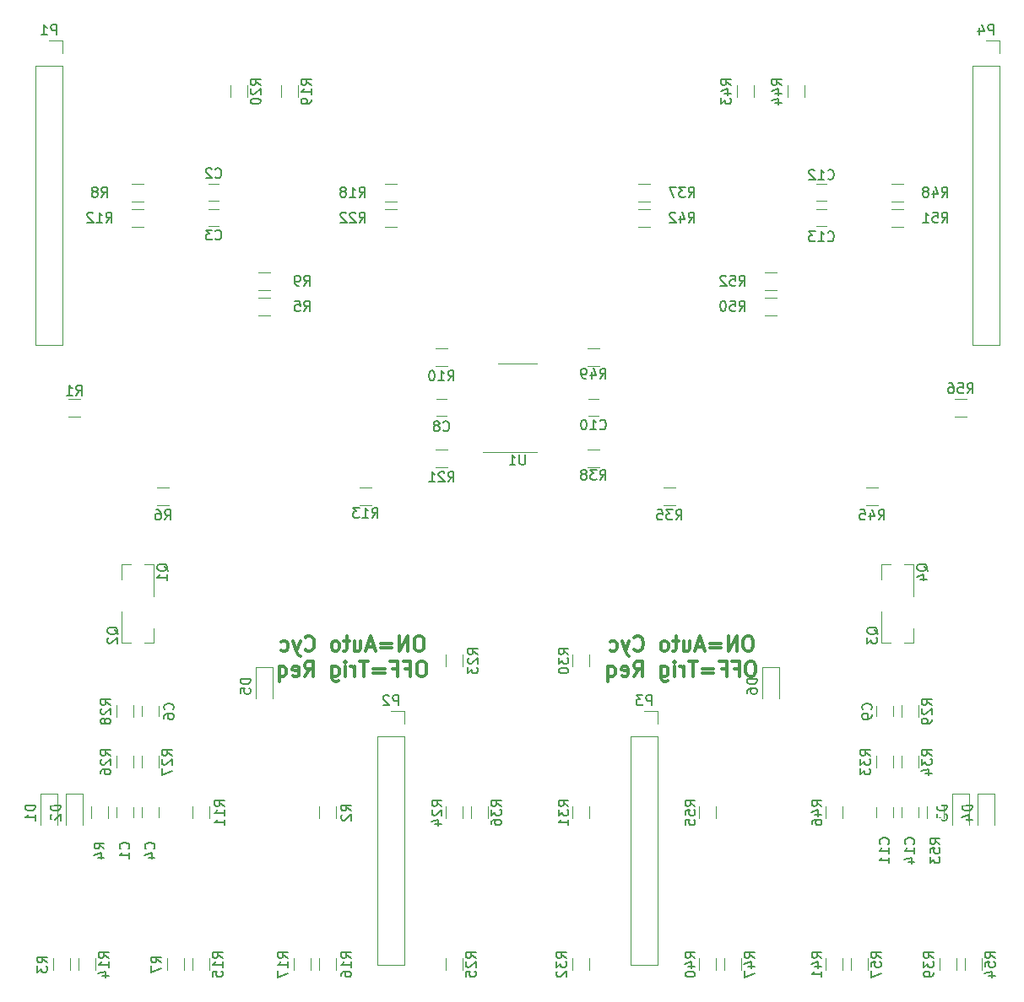
<source format=gbr>
G04 #@! TF.GenerationSoftware,KiCad,Pcbnew,(5.1.5)-3*
G04 #@! TF.CreationDate,2020-07-18T15:36:03-05:00*
G04 #@! TF.ProjectId,Miasma_IO_smd,4d696173-6d61-45f4-994f-5f736d642e6b,rev?*
G04 #@! TF.SameCoordinates,Original*
G04 #@! TF.FileFunction,Legend,Bot*
G04 #@! TF.FilePolarity,Positive*
%FSLAX46Y46*%
G04 Gerber Fmt 4.6, Leading zero omitted, Abs format (unit mm)*
G04 Created by KiCad (PCBNEW (5.1.5)-3) date 2020-07-18 15:36:03*
%MOMM*%
%LPD*%
G04 APERTURE LIST*
%ADD10C,0.300000*%
%ADD11C,0.120000*%
%ADD12C,0.150000*%
%ADD13O,3.810000X1.905000*%
%ADD14O,1.905000X3.810000*%
%ADD15R,0.800000X1.900000*%
%ADD16R,1.222000X1.222000*%
%ADD17C,1.222000*%
%ADD18C,1.853200*%
%ADD19C,1.800000*%
%ADD20O,2.720000X3.240000*%
%ADD21R,1.800000X1.800000*%
%ADD22O,1.700000X1.700000*%
%ADD23R,1.700000X1.700000*%
%ADD24R,1.000000X1.000000*%
%ADD25C,0.100000*%
%ADD26R,2.000000X2.000000*%
%ADD27C,2.000000*%
%ADD28C,4.700000*%
%ADD29R,1.500000X1.300000*%
%ADD30R,1.300000X1.500000*%
%ADD31R,1.250000X1.500000*%
%ADD32R,1.500000X1.250000*%
G04 APERTURE END LIST*
D10*
X169321428Y-116903571D02*
X169035714Y-116903571D01*
X168892857Y-116975000D01*
X168750000Y-117117857D01*
X168678571Y-117403571D01*
X168678571Y-117903571D01*
X168750000Y-118189285D01*
X168892857Y-118332142D01*
X169035714Y-118403571D01*
X169321428Y-118403571D01*
X169464285Y-118332142D01*
X169607142Y-118189285D01*
X169678571Y-117903571D01*
X169678571Y-117403571D01*
X169607142Y-117117857D01*
X169464285Y-116975000D01*
X169321428Y-116903571D01*
X168035714Y-118403571D02*
X168035714Y-116903571D01*
X167178571Y-118403571D01*
X167178571Y-116903571D01*
X166464285Y-117617857D02*
X165321428Y-117617857D01*
X165321428Y-118046428D02*
X166464285Y-118046428D01*
X164678571Y-117975000D02*
X163964285Y-117975000D01*
X164821428Y-118403571D02*
X164321428Y-116903571D01*
X163821428Y-118403571D01*
X162678571Y-117403571D02*
X162678571Y-118403571D01*
X163321428Y-117403571D02*
X163321428Y-118189285D01*
X163250000Y-118332142D01*
X163107142Y-118403571D01*
X162892857Y-118403571D01*
X162750000Y-118332142D01*
X162678571Y-118260714D01*
X162178571Y-117403571D02*
X161607142Y-117403571D01*
X161964285Y-116903571D02*
X161964285Y-118189285D01*
X161892857Y-118332142D01*
X161750000Y-118403571D01*
X161607142Y-118403571D01*
X160892857Y-118403571D02*
X161035714Y-118332142D01*
X161107142Y-118260714D01*
X161178571Y-118117857D01*
X161178571Y-117689285D01*
X161107142Y-117546428D01*
X161035714Y-117475000D01*
X160892857Y-117403571D01*
X160678571Y-117403571D01*
X160535714Y-117475000D01*
X160464285Y-117546428D01*
X160392857Y-117689285D01*
X160392857Y-118117857D01*
X160464285Y-118260714D01*
X160535714Y-118332142D01*
X160678571Y-118403571D01*
X160892857Y-118403571D01*
X157750000Y-118260714D02*
X157821428Y-118332142D01*
X158035714Y-118403571D01*
X158178571Y-118403571D01*
X158392857Y-118332142D01*
X158535714Y-118189285D01*
X158607142Y-118046428D01*
X158678571Y-117760714D01*
X158678571Y-117546428D01*
X158607142Y-117260714D01*
X158535714Y-117117857D01*
X158392857Y-116975000D01*
X158178571Y-116903571D01*
X158035714Y-116903571D01*
X157821428Y-116975000D01*
X157750000Y-117046428D01*
X157250000Y-117403571D02*
X156892857Y-118403571D01*
X156535714Y-117403571D02*
X156892857Y-118403571D01*
X157035714Y-118760714D01*
X157107142Y-118832142D01*
X157250000Y-118903571D01*
X155321428Y-118332142D02*
X155464285Y-118403571D01*
X155750000Y-118403571D01*
X155892857Y-118332142D01*
X155964285Y-118260714D01*
X156035714Y-118117857D01*
X156035714Y-117689285D01*
X155964285Y-117546428D01*
X155892857Y-117475000D01*
X155750000Y-117403571D01*
X155464285Y-117403571D01*
X155321428Y-117475000D01*
X169571428Y-119453571D02*
X169285714Y-119453571D01*
X169142857Y-119525000D01*
X169000000Y-119667857D01*
X168928571Y-119953571D01*
X168928571Y-120453571D01*
X169000000Y-120739285D01*
X169142857Y-120882142D01*
X169285714Y-120953571D01*
X169571428Y-120953571D01*
X169714285Y-120882142D01*
X169857142Y-120739285D01*
X169928571Y-120453571D01*
X169928571Y-119953571D01*
X169857142Y-119667857D01*
X169714285Y-119525000D01*
X169571428Y-119453571D01*
X167785714Y-120167857D02*
X168285714Y-120167857D01*
X168285714Y-120953571D02*
X168285714Y-119453571D01*
X167571428Y-119453571D01*
X166500000Y-120167857D02*
X167000000Y-120167857D01*
X167000000Y-120953571D02*
X167000000Y-119453571D01*
X166285714Y-119453571D01*
X165714285Y-120167857D02*
X164571428Y-120167857D01*
X164571428Y-120596428D02*
X165714285Y-120596428D01*
X164071428Y-119453571D02*
X163214285Y-119453571D01*
X163642857Y-120953571D02*
X163642857Y-119453571D01*
X162714285Y-120953571D02*
X162714285Y-119953571D01*
X162714285Y-120239285D02*
X162642857Y-120096428D01*
X162571428Y-120025000D01*
X162428571Y-119953571D01*
X162285714Y-119953571D01*
X161785714Y-120953571D02*
X161785714Y-119953571D01*
X161785714Y-119453571D02*
X161857142Y-119525000D01*
X161785714Y-119596428D01*
X161714285Y-119525000D01*
X161785714Y-119453571D01*
X161785714Y-119596428D01*
X160428571Y-119953571D02*
X160428571Y-121167857D01*
X160500000Y-121310714D01*
X160571428Y-121382142D01*
X160714285Y-121453571D01*
X160928571Y-121453571D01*
X161071428Y-121382142D01*
X160428571Y-120882142D02*
X160571428Y-120953571D01*
X160857142Y-120953571D01*
X161000000Y-120882142D01*
X161071428Y-120810714D01*
X161142857Y-120667857D01*
X161142857Y-120239285D01*
X161071428Y-120096428D01*
X161000000Y-120025000D01*
X160857142Y-119953571D01*
X160571428Y-119953571D01*
X160428571Y-120025000D01*
X157714285Y-120953571D02*
X158214285Y-120239285D01*
X158571428Y-120953571D02*
X158571428Y-119453571D01*
X158000000Y-119453571D01*
X157857142Y-119525000D01*
X157785714Y-119596428D01*
X157714285Y-119739285D01*
X157714285Y-119953571D01*
X157785714Y-120096428D01*
X157857142Y-120167857D01*
X158000000Y-120239285D01*
X158571428Y-120239285D01*
X156500000Y-120882142D02*
X156642857Y-120953571D01*
X156928571Y-120953571D01*
X157071428Y-120882142D01*
X157142857Y-120739285D01*
X157142857Y-120167857D01*
X157071428Y-120025000D01*
X156928571Y-119953571D01*
X156642857Y-119953571D01*
X156500000Y-120025000D01*
X156428571Y-120167857D01*
X156428571Y-120310714D01*
X157142857Y-120453571D01*
X155142857Y-119953571D02*
X155142857Y-121453571D01*
X155142857Y-120882142D02*
X155285714Y-120953571D01*
X155571428Y-120953571D01*
X155714285Y-120882142D01*
X155785714Y-120810714D01*
X155857142Y-120667857D01*
X155857142Y-120239285D01*
X155785714Y-120096428D01*
X155714285Y-120025000D01*
X155571428Y-119953571D01*
X155285714Y-119953571D01*
X155142857Y-120025000D01*
X136321428Y-116903571D02*
X136035714Y-116903571D01*
X135892857Y-116975000D01*
X135750000Y-117117857D01*
X135678571Y-117403571D01*
X135678571Y-117903571D01*
X135750000Y-118189285D01*
X135892857Y-118332142D01*
X136035714Y-118403571D01*
X136321428Y-118403571D01*
X136464285Y-118332142D01*
X136607142Y-118189285D01*
X136678571Y-117903571D01*
X136678571Y-117403571D01*
X136607142Y-117117857D01*
X136464285Y-116975000D01*
X136321428Y-116903571D01*
X135035714Y-118403571D02*
X135035714Y-116903571D01*
X134178571Y-118403571D01*
X134178571Y-116903571D01*
X133464285Y-117617857D02*
X132321428Y-117617857D01*
X132321428Y-118046428D02*
X133464285Y-118046428D01*
X131678571Y-117975000D02*
X130964285Y-117975000D01*
X131821428Y-118403571D02*
X131321428Y-116903571D01*
X130821428Y-118403571D01*
X129678571Y-117403571D02*
X129678571Y-118403571D01*
X130321428Y-117403571D02*
X130321428Y-118189285D01*
X130250000Y-118332142D01*
X130107142Y-118403571D01*
X129892857Y-118403571D01*
X129750000Y-118332142D01*
X129678571Y-118260714D01*
X129178571Y-117403571D02*
X128607142Y-117403571D01*
X128964285Y-116903571D02*
X128964285Y-118189285D01*
X128892857Y-118332142D01*
X128750000Y-118403571D01*
X128607142Y-118403571D01*
X127892857Y-118403571D02*
X128035714Y-118332142D01*
X128107142Y-118260714D01*
X128178571Y-118117857D01*
X128178571Y-117689285D01*
X128107142Y-117546428D01*
X128035714Y-117475000D01*
X127892857Y-117403571D01*
X127678571Y-117403571D01*
X127535714Y-117475000D01*
X127464285Y-117546428D01*
X127392857Y-117689285D01*
X127392857Y-118117857D01*
X127464285Y-118260714D01*
X127535714Y-118332142D01*
X127678571Y-118403571D01*
X127892857Y-118403571D01*
X124750000Y-118260714D02*
X124821428Y-118332142D01*
X125035714Y-118403571D01*
X125178571Y-118403571D01*
X125392857Y-118332142D01*
X125535714Y-118189285D01*
X125607142Y-118046428D01*
X125678571Y-117760714D01*
X125678571Y-117546428D01*
X125607142Y-117260714D01*
X125535714Y-117117857D01*
X125392857Y-116975000D01*
X125178571Y-116903571D01*
X125035714Y-116903571D01*
X124821428Y-116975000D01*
X124750000Y-117046428D01*
X124250000Y-117403571D02*
X123892857Y-118403571D01*
X123535714Y-117403571D02*
X123892857Y-118403571D01*
X124035714Y-118760714D01*
X124107142Y-118832142D01*
X124250000Y-118903571D01*
X122321428Y-118332142D02*
X122464285Y-118403571D01*
X122750000Y-118403571D01*
X122892857Y-118332142D01*
X122964285Y-118260714D01*
X123035714Y-118117857D01*
X123035714Y-117689285D01*
X122964285Y-117546428D01*
X122892857Y-117475000D01*
X122750000Y-117403571D01*
X122464285Y-117403571D01*
X122321428Y-117475000D01*
X136571428Y-119453571D02*
X136285714Y-119453571D01*
X136142857Y-119525000D01*
X136000000Y-119667857D01*
X135928571Y-119953571D01*
X135928571Y-120453571D01*
X136000000Y-120739285D01*
X136142857Y-120882142D01*
X136285714Y-120953571D01*
X136571428Y-120953571D01*
X136714285Y-120882142D01*
X136857142Y-120739285D01*
X136928571Y-120453571D01*
X136928571Y-119953571D01*
X136857142Y-119667857D01*
X136714285Y-119525000D01*
X136571428Y-119453571D01*
X134785714Y-120167857D02*
X135285714Y-120167857D01*
X135285714Y-120953571D02*
X135285714Y-119453571D01*
X134571428Y-119453571D01*
X133500000Y-120167857D02*
X134000000Y-120167857D01*
X134000000Y-120953571D02*
X134000000Y-119453571D01*
X133285714Y-119453571D01*
X132714285Y-120167857D02*
X131571428Y-120167857D01*
X131571428Y-120596428D02*
X132714285Y-120596428D01*
X131071428Y-119453571D02*
X130214285Y-119453571D01*
X130642857Y-120953571D02*
X130642857Y-119453571D01*
X129714285Y-120953571D02*
X129714285Y-119953571D01*
X129714285Y-120239285D02*
X129642857Y-120096428D01*
X129571428Y-120025000D01*
X129428571Y-119953571D01*
X129285714Y-119953571D01*
X128785714Y-120953571D02*
X128785714Y-119953571D01*
X128785714Y-119453571D02*
X128857142Y-119525000D01*
X128785714Y-119596428D01*
X128714285Y-119525000D01*
X128785714Y-119453571D01*
X128785714Y-119596428D01*
X127428571Y-119953571D02*
X127428571Y-121167857D01*
X127500000Y-121310714D01*
X127571428Y-121382142D01*
X127714285Y-121453571D01*
X127928571Y-121453571D01*
X128071428Y-121382142D01*
X127428571Y-120882142D02*
X127571428Y-120953571D01*
X127857142Y-120953571D01*
X128000000Y-120882142D01*
X128071428Y-120810714D01*
X128142857Y-120667857D01*
X128142857Y-120239285D01*
X128071428Y-120096428D01*
X128000000Y-120025000D01*
X127857142Y-119953571D01*
X127571428Y-119953571D01*
X127428571Y-120025000D01*
X124714285Y-120953571D02*
X125214285Y-120239285D01*
X125571428Y-120953571D02*
X125571428Y-119453571D01*
X125000000Y-119453571D01*
X124857142Y-119525000D01*
X124785714Y-119596428D01*
X124714285Y-119739285D01*
X124714285Y-119953571D01*
X124785714Y-120096428D01*
X124857142Y-120167857D01*
X125000000Y-120239285D01*
X125571428Y-120239285D01*
X123500000Y-120882142D02*
X123642857Y-120953571D01*
X123928571Y-120953571D01*
X124071428Y-120882142D01*
X124142857Y-120739285D01*
X124142857Y-120167857D01*
X124071428Y-120025000D01*
X123928571Y-119953571D01*
X123642857Y-119953571D01*
X123500000Y-120025000D01*
X123428571Y-120167857D01*
X123428571Y-120310714D01*
X124142857Y-120453571D01*
X122142857Y-119953571D02*
X122142857Y-121453571D01*
X122142857Y-120882142D02*
X122285714Y-120953571D01*
X122571428Y-120953571D01*
X122714285Y-120882142D01*
X122785714Y-120810714D01*
X122857142Y-120667857D01*
X122857142Y-120239285D01*
X122785714Y-120096428D01*
X122714285Y-120025000D01*
X122571428Y-119953571D01*
X122285714Y-119953571D01*
X122142857Y-120025000D01*
D11*
X182570000Y-109730000D02*
X182570000Y-111190000D01*
X185730000Y-109730000D02*
X185730000Y-112890000D01*
X185730000Y-109730000D02*
X184800000Y-109730000D01*
X182570000Y-109730000D02*
X183500000Y-109730000D01*
X185730000Y-117600000D02*
X185730000Y-116140000D01*
X182570000Y-117600000D02*
X182570000Y-114440000D01*
X182570000Y-117600000D02*
X183500000Y-117600000D01*
X185730000Y-117600000D02*
X184800000Y-117600000D01*
X109530000Y-117600000D02*
X109530000Y-116140000D01*
X106370000Y-117600000D02*
X106370000Y-114440000D01*
X106370000Y-117600000D02*
X107300000Y-117600000D01*
X109530000Y-117600000D02*
X108600000Y-117600000D01*
X106370000Y-109730000D02*
X106370000Y-111190000D01*
X109530000Y-109730000D02*
X109530000Y-112890000D01*
X109530000Y-109730000D02*
X108600000Y-109730000D01*
X106370000Y-109730000D02*
X107300000Y-109730000D01*
X170600000Y-120020000D02*
X170600000Y-123170000D01*
X172300000Y-120020000D02*
X172300000Y-123170000D01*
X170600000Y-120020000D02*
X172300000Y-120020000D01*
X119800000Y-120020000D02*
X119800000Y-123170000D01*
X121500000Y-120020000D02*
X121500000Y-123170000D01*
X119800000Y-120020000D02*
X121500000Y-120020000D01*
X146050000Y-98415000D02*
X142600000Y-98415000D01*
X146050000Y-98415000D02*
X148000000Y-98415000D01*
X146050000Y-89545000D02*
X144100000Y-89545000D01*
X146050000Y-89545000D02*
X148000000Y-89545000D01*
X194370000Y-57090000D02*
X193040000Y-57090000D01*
X194370000Y-58420000D02*
X194370000Y-57090000D01*
X194370000Y-59690000D02*
X191710000Y-59690000D01*
X191710000Y-59690000D02*
X191710000Y-87690000D01*
X194370000Y-59690000D02*
X194370000Y-87690000D01*
X194370000Y-87690000D02*
X191710000Y-87690000D01*
X160080000Y-124400000D02*
X158750000Y-124400000D01*
X160080000Y-125730000D02*
X160080000Y-124400000D01*
X160080000Y-127000000D02*
X157420000Y-127000000D01*
X157420000Y-127000000D02*
X157420000Y-149920000D01*
X160080000Y-127000000D02*
X160080000Y-149920000D01*
X160080000Y-149920000D02*
X157420000Y-149920000D01*
X134680000Y-124400000D02*
X133350000Y-124400000D01*
X134680000Y-125730000D02*
X134680000Y-124400000D01*
X134680000Y-127000000D02*
X132020000Y-127000000D01*
X132020000Y-127000000D02*
X132020000Y-149920000D01*
X134680000Y-127000000D02*
X134680000Y-149920000D01*
X134680000Y-149920000D02*
X132020000Y-149920000D01*
X100390000Y-57090000D02*
X99060000Y-57090000D01*
X100390000Y-58420000D02*
X100390000Y-57090000D01*
X100390000Y-59690000D02*
X97730000Y-59690000D01*
X97730000Y-59690000D02*
X97730000Y-87690000D01*
X100390000Y-59690000D02*
X100390000Y-87690000D01*
X100390000Y-87690000D02*
X97730000Y-87690000D01*
X192190000Y-132720000D02*
X192190000Y-135870000D01*
X193890000Y-132720000D02*
X193890000Y-135870000D01*
X192190000Y-132720000D02*
X193890000Y-132720000D01*
X189650000Y-132720000D02*
X189650000Y-135870000D01*
X191350000Y-132720000D02*
X191350000Y-135870000D01*
X189650000Y-132720000D02*
X191350000Y-132720000D01*
X100750000Y-132720000D02*
X100750000Y-135870000D01*
X102450000Y-132720000D02*
X102450000Y-135870000D01*
X100750000Y-132720000D02*
X102450000Y-132720000D01*
X98210000Y-132720000D02*
X98210000Y-135870000D01*
X99910000Y-132720000D02*
X99910000Y-135870000D01*
X98210000Y-132720000D02*
X99910000Y-132720000D01*
X191100000Y-93100000D02*
X189900000Y-93100000D01*
X189900000Y-94860000D02*
X191100000Y-94860000D01*
X165980000Y-135220000D02*
X165980000Y-134020000D01*
X164220000Y-134020000D02*
X164220000Y-135220000D01*
X190890000Y-149260000D02*
X190890000Y-150460000D01*
X192650000Y-150460000D02*
X192650000Y-149260000D01*
X188840000Y-135220000D02*
X188840000Y-134020000D01*
X187080000Y-134020000D02*
X187080000Y-135220000D01*
X170850000Y-82160000D02*
X172050000Y-82160000D01*
X172050000Y-80400000D02*
X170850000Y-80400000D01*
X184750000Y-74050000D02*
X183550000Y-74050000D01*
X183550000Y-75810000D02*
X184750000Y-75810000D01*
X170850000Y-84700000D02*
X172050000Y-84700000D01*
X172050000Y-82940000D02*
X170850000Y-82940000D01*
X154270000Y-88020000D02*
X153070000Y-88020000D01*
X153070000Y-89780000D02*
X154270000Y-89780000D01*
X184750000Y-71510000D02*
X183550000Y-71510000D01*
X183550000Y-73270000D02*
X184750000Y-73270000D01*
X178680000Y-135220000D02*
X178680000Y-134020000D01*
X176920000Y-134020000D02*
X176920000Y-135220000D01*
X181010000Y-103750000D02*
X182210000Y-103750000D01*
X182210000Y-101990000D02*
X181010000Y-101990000D01*
X173110000Y-61630000D02*
X173110000Y-62830000D01*
X174870000Y-62830000D02*
X174870000Y-61630000D01*
X168030000Y-61630000D02*
X168030000Y-62830000D01*
X169790000Y-62830000D02*
X169790000Y-61630000D01*
X159350000Y-74050000D02*
X158150000Y-74050000D01*
X158150000Y-75810000D02*
X159350000Y-75810000D01*
X178680000Y-150460000D02*
X178680000Y-149260000D01*
X176920000Y-149260000D02*
X176920000Y-150460000D01*
X165980000Y-150460000D02*
X165980000Y-149260000D01*
X164220000Y-149260000D02*
X164220000Y-150460000D01*
X188350000Y-149260000D02*
X188350000Y-150460000D01*
X190110000Y-150460000D02*
X190110000Y-149260000D01*
X154270000Y-98180000D02*
X153070000Y-98180000D01*
X153070000Y-99940000D02*
X154270000Y-99940000D01*
X159350000Y-71510000D02*
X158150000Y-71510000D01*
X158150000Y-73270000D02*
X159350000Y-73270000D01*
X160690000Y-103750000D02*
X161890000Y-103750000D01*
X161890000Y-101990000D02*
X160690000Y-101990000D01*
X184540000Y-128940000D02*
X184540000Y-130140000D01*
X186300000Y-130140000D02*
X186300000Y-128940000D01*
X182000000Y-128940000D02*
X182000000Y-130140000D01*
X183760000Y-130140000D02*
X183760000Y-128940000D01*
X151520000Y-149260000D02*
X151520000Y-150460000D01*
X153280000Y-150460000D02*
X153280000Y-149260000D01*
X153280000Y-135220000D02*
X153280000Y-134020000D01*
X151520000Y-134020000D02*
X151520000Y-135220000D01*
X153280000Y-119980000D02*
X153280000Y-118780000D01*
X151520000Y-118780000D02*
X151520000Y-119980000D01*
X184540000Y-123860000D02*
X184540000Y-125060000D01*
X186300000Y-125060000D02*
X186300000Y-123860000D01*
X105800000Y-123860000D02*
X105800000Y-125060000D01*
X107560000Y-125060000D02*
X107560000Y-123860000D01*
X108340000Y-128940000D02*
X108340000Y-130140000D01*
X110100000Y-130140000D02*
X110100000Y-128940000D01*
X105800000Y-128940000D02*
X105800000Y-130140000D01*
X107560000Y-130140000D02*
X107560000Y-128940000D01*
X138820000Y-149260000D02*
X138820000Y-150460000D01*
X140580000Y-150460000D02*
X140580000Y-149260000D01*
X140580000Y-135220000D02*
X140580000Y-134020000D01*
X138820000Y-134020000D02*
X138820000Y-135220000D01*
X140580000Y-119980000D02*
X140580000Y-118780000D01*
X138820000Y-118780000D02*
X138820000Y-119980000D01*
X132750000Y-75810000D02*
X133950000Y-75810000D01*
X133950000Y-74050000D02*
X132750000Y-74050000D01*
X137830000Y-99940000D02*
X139030000Y-99940000D01*
X139030000Y-98180000D02*
X137830000Y-98180000D01*
X117230000Y-61630000D02*
X117230000Y-62830000D01*
X118990000Y-62830000D02*
X118990000Y-61630000D01*
X122310000Y-61630000D02*
X122310000Y-62830000D01*
X124070000Y-62830000D02*
X124070000Y-61630000D01*
X132750000Y-73270000D02*
X133950000Y-73270000D01*
X133950000Y-71510000D02*
X132750000Y-71510000D01*
X127880000Y-150460000D02*
X127880000Y-149260000D01*
X126120000Y-149260000D02*
X126120000Y-150460000D01*
X113420000Y-149260000D02*
X113420000Y-150460000D01*
X115180000Y-150460000D02*
X115180000Y-149260000D01*
X101990000Y-149260000D02*
X101990000Y-150460000D01*
X103750000Y-150460000D02*
X103750000Y-149260000D01*
X131410000Y-101990000D02*
X130210000Y-101990000D01*
X130210000Y-103750000D02*
X131410000Y-103750000D01*
X107350000Y-75810000D02*
X108550000Y-75810000D01*
X108550000Y-74050000D02*
X107350000Y-74050000D01*
X115180000Y-135220000D02*
X115180000Y-134020000D01*
X113420000Y-134020000D02*
X113420000Y-135220000D01*
X137830000Y-89780000D02*
X139030000Y-89780000D01*
X139030000Y-88020000D02*
X137830000Y-88020000D01*
X121250000Y-80400000D02*
X120050000Y-80400000D01*
X120050000Y-82160000D02*
X121250000Y-82160000D01*
X107350000Y-73270000D02*
X108550000Y-73270000D01*
X108550000Y-71510000D02*
X107350000Y-71510000D01*
X111090000Y-101990000D02*
X109890000Y-101990000D01*
X109890000Y-103750000D02*
X111090000Y-103750000D01*
X121250000Y-82940000D02*
X120050000Y-82940000D01*
X120050000Y-84700000D02*
X121250000Y-84700000D01*
X105020000Y-135220000D02*
X105020000Y-134020000D01*
X103260000Y-134020000D02*
X103260000Y-135220000D01*
X99450000Y-149260000D02*
X99450000Y-150460000D01*
X101210000Y-150460000D02*
X101210000Y-149260000D01*
X127880000Y-135220000D02*
X127880000Y-134020000D01*
X126120000Y-134020000D02*
X126120000Y-135220000D01*
X101000000Y-94860000D02*
X102200000Y-94860000D01*
X102200000Y-93100000D02*
X101000000Y-93100000D01*
X186270000Y-134120000D02*
X186270000Y-135120000D01*
X184570000Y-135120000D02*
X184570000Y-134120000D01*
X176030000Y-74080000D02*
X177030000Y-74080000D01*
X177030000Y-75780000D02*
X176030000Y-75780000D01*
X176030000Y-71540000D02*
X177030000Y-71540000D01*
X177030000Y-73240000D02*
X176030000Y-73240000D01*
X182030000Y-135120000D02*
X182030000Y-134120000D01*
X183730000Y-134120000D02*
X183730000Y-135120000D01*
X182030000Y-124960000D02*
X182030000Y-123960000D01*
X183730000Y-123960000D02*
X183730000Y-124960000D01*
X108370000Y-124960000D02*
X108370000Y-123960000D01*
X110070000Y-123960000D02*
X110070000Y-124960000D01*
X108370000Y-135120000D02*
X108370000Y-134120000D01*
X110070000Y-134120000D02*
X110070000Y-135120000D01*
X116070000Y-75780000D02*
X115070000Y-75780000D01*
X115070000Y-74080000D02*
X116070000Y-74080000D01*
X116070000Y-73240000D02*
X115070000Y-73240000D01*
X115070000Y-71540000D02*
X116070000Y-71540000D01*
X107530000Y-134120000D02*
X107530000Y-135120000D01*
X105830000Y-135120000D02*
X105830000Y-134120000D01*
X154170000Y-94830000D02*
X153170000Y-94830000D01*
X153170000Y-93130000D02*
X154170000Y-93130000D01*
X137930000Y-93130000D02*
X138930000Y-93130000D01*
X138930000Y-94830000D02*
X137930000Y-94830000D01*
X110880000Y-149260000D02*
X110880000Y-150460000D01*
X112640000Y-150460000D02*
X112640000Y-149260000D01*
X123580000Y-149260000D02*
X123580000Y-150460000D01*
X125340000Y-150460000D02*
X125340000Y-149260000D01*
X141360000Y-134020000D02*
X141360000Y-135220000D01*
X143120000Y-135220000D02*
X143120000Y-134020000D01*
X166760000Y-149260000D02*
X166760000Y-150460000D01*
X168520000Y-150460000D02*
X168520000Y-149260000D01*
X179460000Y-149260000D02*
X179460000Y-150460000D01*
X181220000Y-150460000D02*
X181220000Y-149260000D01*
D12*
X187197619Y-110394761D02*
X187150000Y-110299523D01*
X187054761Y-110204285D01*
X186911904Y-110061428D01*
X186864285Y-109966190D01*
X186864285Y-109870952D01*
X187102380Y-109918571D02*
X187054761Y-109823333D01*
X186959523Y-109728095D01*
X186769047Y-109680476D01*
X186435714Y-109680476D01*
X186245238Y-109728095D01*
X186150000Y-109823333D01*
X186102380Y-109918571D01*
X186102380Y-110109047D01*
X186150000Y-110204285D01*
X186245238Y-110299523D01*
X186435714Y-110347142D01*
X186769047Y-110347142D01*
X186959523Y-110299523D01*
X187054761Y-110204285D01*
X187102380Y-110109047D01*
X187102380Y-109918571D01*
X186435714Y-111204285D02*
X187102380Y-111204285D01*
X186054761Y-110966190D02*
X186769047Y-110728095D01*
X186769047Y-111347142D01*
X182197619Y-116744761D02*
X182150000Y-116649523D01*
X182054761Y-116554285D01*
X181911904Y-116411428D01*
X181864285Y-116316190D01*
X181864285Y-116220952D01*
X182102380Y-116268571D02*
X182054761Y-116173333D01*
X181959523Y-116078095D01*
X181769047Y-116030476D01*
X181435714Y-116030476D01*
X181245238Y-116078095D01*
X181150000Y-116173333D01*
X181102380Y-116268571D01*
X181102380Y-116459047D01*
X181150000Y-116554285D01*
X181245238Y-116649523D01*
X181435714Y-116697142D01*
X181769047Y-116697142D01*
X181959523Y-116649523D01*
X182054761Y-116554285D01*
X182102380Y-116459047D01*
X182102380Y-116268571D01*
X181102380Y-117030476D02*
X181102380Y-117649523D01*
X181483333Y-117316190D01*
X181483333Y-117459047D01*
X181530952Y-117554285D01*
X181578571Y-117601904D01*
X181673809Y-117649523D01*
X181911904Y-117649523D01*
X182007142Y-117601904D01*
X182054761Y-117554285D01*
X182102380Y-117459047D01*
X182102380Y-117173333D01*
X182054761Y-117078095D01*
X182007142Y-117030476D01*
X105997619Y-116744761D02*
X105950000Y-116649523D01*
X105854761Y-116554285D01*
X105711904Y-116411428D01*
X105664285Y-116316190D01*
X105664285Y-116220952D01*
X105902380Y-116268571D02*
X105854761Y-116173333D01*
X105759523Y-116078095D01*
X105569047Y-116030476D01*
X105235714Y-116030476D01*
X105045238Y-116078095D01*
X104950000Y-116173333D01*
X104902380Y-116268571D01*
X104902380Y-116459047D01*
X104950000Y-116554285D01*
X105045238Y-116649523D01*
X105235714Y-116697142D01*
X105569047Y-116697142D01*
X105759523Y-116649523D01*
X105854761Y-116554285D01*
X105902380Y-116459047D01*
X105902380Y-116268571D01*
X104997619Y-117078095D02*
X104950000Y-117125714D01*
X104902380Y-117220952D01*
X104902380Y-117459047D01*
X104950000Y-117554285D01*
X104997619Y-117601904D01*
X105092857Y-117649523D01*
X105188095Y-117649523D01*
X105330952Y-117601904D01*
X105902380Y-117030476D01*
X105902380Y-117649523D01*
X110997619Y-110394761D02*
X110950000Y-110299523D01*
X110854761Y-110204285D01*
X110711904Y-110061428D01*
X110664285Y-109966190D01*
X110664285Y-109870952D01*
X110902380Y-109918571D02*
X110854761Y-109823333D01*
X110759523Y-109728095D01*
X110569047Y-109680476D01*
X110235714Y-109680476D01*
X110045238Y-109728095D01*
X109950000Y-109823333D01*
X109902380Y-109918571D01*
X109902380Y-110109047D01*
X109950000Y-110204285D01*
X110045238Y-110299523D01*
X110235714Y-110347142D01*
X110569047Y-110347142D01*
X110759523Y-110299523D01*
X110854761Y-110204285D01*
X110902380Y-110109047D01*
X110902380Y-109918571D01*
X110902380Y-111299523D02*
X110902380Y-110728095D01*
X110902380Y-111013809D02*
X109902380Y-111013809D01*
X110045238Y-110918571D01*
X110140476Y-110823333D01*
X110188095Y-110728095D01*
X170052380Y-121181904D02*
X169052380Y-121181904D01*
X169052380Y-121420000D01*
X169100000Y-121562857D01*
X169195238Y-121658095D01*
X169290476Y-121705714D01*
X169480952Y-121753333D01*
X169623809Y-121753333D01*
X169814285Y-121705714D01*
X169909523Y-121658095D01*
X170004761Y-121562857D01*
X170052380Y-121420000D01*
X170052380Y-121181904D01*
X169052380Y-122610476D02*
X169052380Y-122420000D01*
X169100000Y-122324761D01*
X169147619Y-122277142D01*
X169290476Y-122181904D01*
X169480952Y-122134285D01*
X169861904Y-122134285D01*
X169957142Y-122181904D01*
X170004761Y-122229523D01*
X170052380Y-122324761D01*
X170052380Y-122515238D01*
X170004761Y-122610476D01*
X169957142Y-122658095D01*
X169861904Y-122705714D01*
X169623809Y-122705714D01*
X169528571Y-122658095D01*
X169480952Y-122610476D01*
X169433333Y-122515238D01*
X169433333Y-122324761D01*
X169480952Y-122229523D01*
X169528571Y-122181904D01*
X169623809Y-122134285D01*
X119252380Y-121181904D02*
X118252380Y-121181904D01*
X118252380Y-121420000D01*
X118300000Y-121562857D01*
X118395238Y-121658095D01*
X118490476Y-121705714D01*
X118680952Y-121753333D01*
X118823809Y-121753333D01*
X119014285Y-121705714D01*
X119109523Y-121658095D01*
X119204761Y-121562857D01*
X119252380Y-121420000D01*
X119252380Y-121181904D01*
X118252380Y-122658095D02*
X118252380Y-122181904D01*
X118728571Y-122134285D01*
X118680952Y-122181904D01*
X118633333Y-122277142D01*
X118633333Y-122515238D01*
X118680952Y-122610476D01*
X118728571Y-122658095D01*
X118823809Y-122705714D01*
X119061904Y-122705714D01*
X119157142Y-122658095D01*
X119204761Y-122610476D01*
X119252380Y-122515238D01*
X119252380Y-122277142D01*
X119204761Y-122181904D01*
X119157142Y-122134285D01*
X146811904Y-98712380D02*
X146811904Y-99521904D01*
X146764285Y-99617142D01*
X146716666Y-99664761D01*
X146621428Y-99712380D01*
X146430952Y-99712380D01*
X146335714Y-99664761D01*
X146288095Y-99617142D01*
X146240476Y-99521904D01*
X146240476Y-98712380D01*
X145240476Y-99712380D02*
X145811904Y-99712380D01*
X145526190Y-99712380D02*
X145526190Y-98712380D01*
X145621428Y-98855238D01*
X145716666Y-98950476D01*
X145811904Y-98998095D01*
X193778095Y-56542380D02*
X193778095Y-55542380D01*
X193397142Y-55542380D01*
X193301904Y-55590000D01*
X193254285Y-55637619D01*
X193206666Y-55732857D01*
X193206666Y-55875714D01*
X193254285Y-55970952D01*
X193301904Y-56018571D01*
X193397142Y-56066190D01*
X193778095Y-56066190D01*
X192349523Y-55875714D02*
X192349523Y-56542380D01*
X192587619Y-55494761D02*
X192825714Y-56209047D01*
X192206666Y-56209047D01*
X159488095Y-123852380D02*
X159488095Y-122852380D01*
X159107142Y-122852380D01*
X159011904Y-122900000D01*
X158964285Y-122947619D01*
X158916666Y-123042857D01*
X158916666Y-123185714D01*
X158964285Y-123280952D01*
X159011904Y-123328571D01*
X159107142Y-123376190D01*
X159488095Y-123376190D01*
X158583333Y-122852380D02*
X157964285Y-122852380D01*
X158297619Y-123233333D01*
X158154761Y-123233333D01*
X158059523Y-123280952D01*
X158011904Y-123328571D01*
X157964285Y-123423809D01*
X157964285Y-123661904D01*
X158011904Y-123757142D01*
X158059523Y-123804761D01*
X158154761Y-123852380D01*
X158440476Y-123852380D01*
X158535714Y-123804761D01*
X158583333Y-123757142D01*
X134088095Y-123852380D02*
X134088095Y-122852380D01*
X133707142Y-122852380D01*
X133611904Y-122900000D01*
X133564285Y-122947619D01*
X133516666Y-123042857D01*
X133516666Y-123185714D01*
X133564285Y-123280952D01*
X133611904Y-123328571D01*
X133707142Y-123376190D01*
X134088095Y-123376190D01*
X133135714Y-122947619D02*
X133088095Y-122900000D01*
X132992857Y-122852380D01*
X132754761Y-122852380D01*
X132659523Y-122900000D01*
X132611904Y-122947619D01*
X132564285Y-123042857D01*
X132564285Y-123138095D01*
X132611904Y-123280952D01*
X133183333Y-123852380D01*
X132564285Y-123852380D01*
X99798095Y-56542380D02*
X99798095Y-55542380D01*
X99417142Y-55542380D01*
X99321904Y-55590000D01*
X99274285Y-55637619D01*
X99226666Y-55732857D01*
X99226666Y-55875714D01*
X99274285Y-55970952D01*
X99321904Y-56018571D01*
X99417142Y-56066190D01*
X99798095Y-56066190D01*
X98274285Y-56542380D02*
X98845714Y-56542380D01*
X98560000Y-56542380D02*
X98560000Y-55542380D01*
X98655238Y-55685238D01*
X98750476Y-55780476D01*
X98845714Y-55828095D01*
X191642380Y-133881904D02*
X190642380Y-133881904D01*
X190642380Y-134120000D01*
X190690000Y-134262857D01*
X190785238Y-134358095D01*
X190880476Y-134405714D01*
X191070952Y-134453333D01*
X191213809Y-134453333D01*
X191404285Y-134405714D01*
X191499523Y-134358095D01*
X191594761Y-134262857D01*
X191642380Y-134120000D01*
X191642380Y-133881904D01*
X190975714Y-135310476D02*
X191642380Y-135310476D01*
X190594761Y-135072380D02*
X191309047Y-134834285D01*
X191309047Y-135453333D01*
X189102380Y-133881904D02*
X188102380Y-133881904D01*
X188102380Y-134120000D01*
X188150000Y-134262857D01*
X188245238Y-134358095D01*
X188340476Y-134405714D01*
X188530952Y-134453333D01*
X188673809Y-134453333D01*
X188864285Y-134405714D01*
X188959523Y-134358095D01*
X189054761Y-134262857D01*
X189102380Y-134120000D01*
X189102380Y-133881904D01*
X188102380Y-134786666D02*
X188102380Y-135405714D01*
X188483333Y-135072380D01*
X188483333Y-135215238D01*
X188530952Y-135310476D01*
X188578571Y-135358095D01*
X188673809Y-135405714D01*
X188911904Y-135405714D01*
X189007142Y-135358095D01*
X189054761Y-135310476D01*
X189102380Y-135215238D01*
X189102380Y-134929523D01*
X189054761Y-134834285D01*
X189007142Y-134786666D01*
X100202380Y-133881904D02*
X99202380Y-133881904D01*
X99202380Y-134120000D01*
X99250000Y-134262857D01*
X99345238Y-134358095D01*
X99440476Y-134405714D01*
X99630952Y-134453333D01*
X99773809Y-134453333D01*
X99964285Y-134405714D01*
X100059523Y-134358095D01*
X100154761Y-134262857D01*
X100202380Y-134120000D01*
X100202380Y-133881904D01*
X99297619Y-134834285D02*
X99250000Y-134881904D01*
X99202380Y-134977142D01*
X99202380Y-135215238D01*
X99250000Y-135310476D01*
X99297619Y-135358095D01*
X99392857Y-135405714D01*
X99488095Y-135405714D01*
X99630952Y-135358095D01*
X100202380Y-134786666D01*
X100202380Y-135405714D01*
X97662380Y-133881904D02*
X96662380Y-133881904D01*
X96662380Y-134120000D01*
X96710000Y-134262857D01*
X96805238Y-134358095D01*
X96900476Y-134405714D01*
X97090952Y-134453333D01*
X97233809Y-134453333D01*
X97424285Y-134405714D01*
X97519523Y-134358095D01*
X97614761Y-134262857D01*
X97662380Y-134120000D01*
X97662380Y-133881904D01*
X97662380Y-135405714D02*
X97662380Y-134834285D01*
X97662380Y-135120000D02*
X96662380Y-135120000D01*
X96805238Y-135024761D01*
X96900476Y-134929523D01*
X96948095Y-134834285D01*
X191142857Y-92527380D02*
X191476190Y-92051190D01*
X191714285Y-92527380D02*
X191714285Y-91527380D01*
X191333333Y-91527380D01*
X191238095Y-91575000D01*
X191190476Y-91622619D01*
X191142857Y-91717857D01*
X191142857Y-91860714D01*
X191190476Y-91955952D01*
X191238095Y-92003571D01*
X191333333Y-92051190D01*
X191714285Y-92051190D01*
X190238095Y-91527380D02*
X190714285Y-91527380D01*
X190761904Y-92003571D01*
X190714285Y-91955952D01*
X190619047Y-91908333D01*
X190380952Y-91908333D01*
X190285714Y-91955952D01*
X190238095Y-92003571D01*
X190190476Y-92098809D01*
X190190476Y-92336904D01*
X190238095Y-92432142D01*
X190285714Y-92479761D01*
X190380952Y-92527380D01*
X190619047Y-92527380D01*
X190714285Y-92479761D01*
X190761904Y-92432142D01*
X189333333Y-91527380D02*
X189523809Y-91527380D01*
X189619047Y-91575000D01*
X189666666Y-91622619D01*
X189761904Y-91765476D01*
X189809523Y-91955952D01*
X189809523Y-92336904D01*
X189761904Y-92432142D01*
X189714285Y-92479761D01*
X189619047Y-92527380D01*
X189428571Y-92527380D01*
X189333333Y-92479761D01*
X189285714Y-92432142D01*
X189238095Y-92336904D01*
X189238095Y-92098809D01*
X189285714Y-92003571D01*
X189333333Y-91955952D01*
X189428571Y-91908333D01*
X189619047Y-91908333D01*
X189714285Y-91955952D01*
X189761904Y-92003571D01*
X189809523Y-92098809D01*
X163852380Y-133977142D02*
X163376190Y-133643809D01*
X163852380Y-133405714D02*
X162852380Y-133405714D01*
X162852380Y-133786666D01*
X162900000Y-133881904D01*
X162947619Y-133929523D01*
X163042857Y-133977142D01*
X163185714Y-133977142D01*
X163280952Y-133929523D01*
X163328571Y-133881904D01*
X163376190Y-133786666D01*
X163376190Y-133405714D01*
X162852380Y-134881904D02*
X162852380Y-134405714D01*
X163328571Y-134358095D01*
X163280952Y-134405714D01*
X163233333Y-134500952D01*
X163233333Y-134739047D01*
X163280952Y-134834285D01*
X163328571Y-134881904D01*
X163423809Y-134929523D01*
X163661904Y-134929523D01*
X163757142Y-134881904D01*
X163804761Y-134834285D01*
X163852380Y-134739047D01*
X163852380Y-134500952D01*
X163804761Y-134405714D01*
X163757142Y-134358095D01*
X162852380Y-135834285D02*
X162852380Y-135358095D01*
X163328571Y-135310476D01*
X163280952Y-135358095D01*
X163233333Y-135453333D01*
X163233333Y-135691428D01*
X163280952Y-135786666D01*
X163328571Y-135834285D01*
X163423809Y-135881904D01*
X163661904Y-135881904D01*
X163757142Y-135834285D01*
X163804761Y-135786666D01*
X163852380Y-135691428D01*
X163852380Y-135453333D01*
X163804761Y-135358095D01*
X163757142Y-135310476D01*
X193922380Y-149217142D02*
X193446190Y-148883809D01*
X193922380Y-148645714D02*
X192922380Y-148645714D01*
X192922380Y-149026666D01*
X192970000Y-149121904D01*
X193017619Y-149169523D01*
X193112857Y-149217142D01*
X193255714Y-149217142D01*
X193350952Y-149169523D01*
X193398571Y-149121904D01*
X193446190Y-149026666D01*
X193446190Y-148645714D01*
X192922380Y-150121904D02*
X192922380Y-149645714D01*
X193398571Y-149598095D01*
X193350952Y-149645714D01*
X193303333Y-149740952D01*
X193303333Y-149979047D01*
X193350952Y-150074285D01*
X193398571Y-150121904D01*
X193493809Y-150169523D01*
X193731904Y-150169523D01*
X193827142Y-150121904D01*
X193874761Y-150074285D01*
X193922380Y-149979047D01*
X193922380Y-149740952D01*
X193874761Y-149645714D01*
X193827142Y-149598095D01*
X193255714Y-151026666D02*
X193922380Y-151026666D01*
X192874761Y-150788571D02*
X193589047Y-150550476D01*
X193589047Y-151169523D01*
X188412380Y-137787142D02*
X187936190Y-137453809D01*
X188412380Y-137215714D02*
X187412380Y-137215714D01*
X187412380Y-137596666D01*
X187460000Y-137691904D01*
X187507619Y-137739523D01*
X187602857Y-137787142D01*
X187745714Y-137787142D01*
X187840952Y-137739523D01*
X187888571Y-137691904D01*
X187936190Y-137596666D01*
X187936190Y-137215714D01*
X187412380Y-138691904D02*
X187412380Y-138215714D01*
X187888571Y-138168095D01*
X187840952Y-138215714D01*
X187793333Y-138310952D01*
X187793333Y-138549047D01*
X187840952Y-138644285D01*
X187888571Y-138691904D01*
X187983809Y-138739523D01*
X188221904Y-138739523D01*
X188317142Y-138691904D01*
X188364761Y-138644285D01*
X188412380Y-138549047D01*
X188412380Y-138310952D01*
X188364761Y-138215714D01*
X188317142Y-138168095D01*
X187412380Y-139072857D02*
X187412380Y-139691904D01*
X187793333Y-139358571D01*
X187793333Y-139501428D01*
X187840952Y-139596666D01*
X187888571Y-139644285D01*
X187983809Y-139691904D01*
X188221904Y-139691904D01*
X188317142Y-139644285D01*
X188364761Y-139596666D01*
X188412380Y-139501428D01*
X188412380Y-139215714D01*
X188364761Y-139120476D01*
X188317142Y-139072857D01*
X168282857Y-81732380D02*
X168616190Y-81256190D01*
X168854285Y-81732380D02*
X168854285Y-80732380D01*
X168473333Y-80732380D01*
X168378095Y-80780000D01*
X168330476Y-80827619D01*
X168282857Y-80922857D01*
X168282857Y-81065714D01*
X168330476Y-81160952D01*
X168378095Y-81208571D01*
X168473333Y-81256190D01*
X168854285Y-81256190D01*
X167378095Y-80732380D02*
X167854285Y-80732380D01*
X167901904Y-81208571D01*
X167854285Y-81160952D01*
X167759047Y-81113333D01*
X167520952Y-81113333D01*
X167425714Y-81160952D01*
X167378095Y-81208571D01*
X167330476Y-81303809D01*
X167330476Y-81541904D01*
X167378095Y-81637142D01*
X167425714Y-81684761D01*
X167520952Y-81732380D01*
X167759047Y-81732380D01*
X167854285Y-81684761D01*
X167901904Y-81637142D01*
X166949523Y-80827619D02*
X166901904Y-80780000D01*
X166806666Y-80732380D01*
X166568571Y-80732380D01*
X166473333Y-80780000D01*
X166425714Y-80827619D01*
X166378095Y-80922857D01*
X166378095Y-81018095D01*
X166425714Y-81160952D01*
X166997142Y-81732380D01*
X166378095Y-81732380D01*
X188602857Y-75382380D02*
X188936190Y-74906190D01*
X189174285Y-75382380D02*
X189174285Y-74382380D01*
X188793333Y-74382380D01*
X188698095Y-74430000D01*
X188650476Y-74477619D01*
X188602857Y-74572857D01*
X188602857Y-74715714D01*
X188650476Y-74810952D01*
X188698095Y-74858571D01*
X188793333Y-74906190D01*
X189174285Y-74906190D01*
X187698095Y-74382380D02*
X188174285Y-74382380D01*
X188221904Y-74858571D01*
X188174285Y-74810952D01*
X188079047Y-74763333D01*
X187840952Y-74763333D01*
X187745714Y-74810952D01*
X187698095Y-74858571D01*
X187650476Y-74953809D01*
X187650476Y-75191904D01*
X187698095Y-75287142D01*
X187745714Y-75334761D01*
X187840952Y-75382380D01*
X188079047Y-75382380D01*
X188174285Y-75334761D01*
X188221904Y-75287142D01*
X186698095Y-75382380D02*
X187269523Y-75382380D01*
X186983809Y-75382380D02*
X186983809Y-74382380D01*
X187079047Y-74525238D01*
X187174285Y-74620476D01*
X187269523Y-74668095D01*
X168282857Y-84272380D02*
X168616190Y-83796190D01*
X168854285Y-84272380D02*
X168854285Y-83272380D01*
X168473333Y-83272380D01*
X168378095Y-83320000D01*
X168330476Y-83367619D01*
X168282857Y-83462857D01*
X168282857Y-83605714D01*
X168330476Y-83700952D01*
X168378095Y-83748571D01*
X168473333Y-83796190D01*
X168854285Y-83796190D01*
X167378095Y-83272380D02*
X167854285Y-83272380D01*
X167901904Y-83748571D01*
X167854285Y-83700952D01*
X167759047Y-83653333D01*
X167520952Y-83653333D01*
X167425714Y-83700952D01*
X167378095Y-83748571D01*
X167330476Y-83843809D01*
X167330476Y-84081904D01*
X167378095Y-84177142D01*
X167425714Y-84224761D01*
X167520952Y-84272380D01*
X167759047Y-84272380D01*
X167854285Y-84224761D01*
X167901904Y-84177142D01*
X166711428Y-83272380D02*
X166616190Y-83272380D01*
X166520952Y-83320000D01*
X166473333Y-83367619D01*
X166425714Y-83462857D01*
X166378095Y-83653333D01*
X166378095Y-83891428D01*
X166425714Y-84081904D01*
X166473333Y-84177142D01*
X166520952Y-84224761D01*
X166616190Y-84272380D01*
X166711428Y-84272380D01*
X166806666Y-84224761D01*
X166854285Y-84177142D01*
X166901904Y-84081904D01*
X166949523Y-83891428D01*
X166949523Y-83653333D01*
X166901904Y-83462857D01*
X166854285Y-83367619D01*
X166806666Y-83320000D01*
X166711428Y-83272380D01*
X154312857Y-91052380D02*
X154646190Y-90576190D01*
X154884285Y-91052380D02*
X154884285Y-90052380D01*
X154503333Y-90052380D01*
X154408095Y-90100000D01*
X154360476Y-90147619D01*
X154312857Y-90242857D01*
X154312857Y-90385714D01*
X154360476Y-90480952D01*
X154408095Y-90528571D01*
X154503333Y-90576190D01*
X154884285Y-90576190D01*
X153455714Y-90385714D02*
X153455714Y-91052380D01*
X153693809Y-90004761D02*
X153931904Y-90719047D01*
X153312857Y-90719047D01*
X152884285Y-91052380D02*
X152693809Y-91052380D01*
X152598571Y-91004761D01*
X152550952Y-90957142D01*
X152455714Y-90814285D01*
X152408095Y-90623809D01*
X152408095Y-90242857D01*
X152455714Y-90147619D01*
X152503333Y-90100000D01*
X152598571Y-90052380D01*
X152789047Y-90052380D01*
X152884285Y-90100000D01*
X152931904Y-90147619D01*
X152979523Y-90242857D01*
X152979523Y-90480952D01*
X152931904Y-90576190D01*
X152884285Y-90623809D01*
X152789047Y-90671428D01*
X152598571Y-90671428D01*
X152503333Y-90623809D01*
X152455714Y-90576190D01*
X152408095Y-90480952D01*
X188602857Y-72842380D02*
X188936190Y-72366190D01*
X189174285Y-72842380D02*
X189174285Y-71842380D01*
X188793333Y-71842380D01*
X188698095Y-71890000D01*
X188650476Y-71937619D01*
X188602857Y-72032857D01*
X188602857Y-72175714D01*
X188650476Y-72270952D01*
X188698095Y-72318571D01*
X188793333Y-72366190D01*
X189174285Y-72366190D01*
X187745714Y-72175714D02*
X187745714Y-72842380D01*
X187983809Y-71794761D02*
X188221904Y-72509047D01*
X187602857Y-72509047D01*
X187079047Y-72270952D02*
X187174285Y-72223333D01*
X187221904Y-72175714D01*
X187269523Y-72080476D01*
X187269523Y-72032857D01*
X187221904Y-71937619D01*
X187174285Y-71890000D01*
X187079047Y-71842380D01*
X186888571Y-71842380D01*
X186793333Y-71890000D01*
X186745714Y-71937619D01*
X186698095Y-72032857D01*
X186698095Y-72080476D01*
X186745714Y-72175714D01*
X186793333Y-72223333D01*
X186888571Y-72270952D01*
X187079047Y-72270952D01*
X187174285Y-72318571D01*
X187221904Y-72366190D01*
X187269523Y-72461428D01*
X187269523Y-72651904D01*
X187221904Y-72747142D01*
X187174285Y-72794761D01*
X187079047Y-72842380D01*
X186888571Y-72842380D01*
X186793333Y-72794761D01*
X186745714Y-72747142D01*
X186698095Y-72651904D01*
X186698095Y-72461428D01*
X186745714Y-72366190D01*
X186793333Y-72318571D01*
X186888571Y-72270952D01*
X176552380Y-133977142D02*
X176076190Y-133643809D01*
X176552380Y-133405714D02*
X175552380Y-133405714D01*
X175552380Y-133786666D01*
X175600000Y-133881904D01*
X175647619Y-133929523D01*
X175742857Y-133977142D01*
X175885714Y-133977142D01*
X175980952Y-133929523D01*
X176028571Y-133881904D01*
X176076190Y-133786666D01*
X176076190Y-133405714D01*
X175885714Y-134834285D02*
X176552380Y-134834285D01*
X175504761Y-134596190D02*
X176219047Y-134358095D01*
X176219047Y-134977142D01*
X175552380Y-135786666D02*
X175552380Y-135596190D01*
X175600000Y-135500952D01*
X175647619Y-135453333D01*
X175790476Y-135358095D01*
X175980952Y-135310476D01*
X176361904Y-135310476D01*
X176457142Y-135358095D01*
X176504761Y-135405714D01*
X176552380Y-135500952D01*
X176552380Y-135691428D01*
X176504761Y-135786666D01*
X176457142Y-135834285D01*
X176361904Y-135881904D01*
X176123809Y-135881904D01*
X176028571Y-135834285D01*
X175980952Y-135786666D01*
X175933333Y-135691428D01*
X175933333Y-135500952D01*
X175980952Y-135405714D01*
X176028571Y-135358095D01*
X176123809Y-135310476D01*
X182252857Y-105227380D02*
X182586190Y-104751190D01*
X182824285Y-105227380D02*
X182824285Y-104227380D01*
X182443333Y-104227380D01*
X182348095Y-104275000D01*
X182300476Y-104322619D01*
X182252857Y-104417857D01*
X182252857Y-104560714D01*
X182300476Y-104655952D01*
X182348095Y-104703571D01*
X182443333Y-104751190D01*
X182824285Y-104751190D01*
X181395714Y-104560714D02*
X181395714Y-105227380D01*
X181633809Y-104179761D02*
X181871904Y-104894047D01*
X181252857Y-104894047D01*
X180395714Y-104227380D02*
X180871904Y-104227380D01*
X180919523Y-104703571D01*
X180871904Y-104655952D01*
X180776666Y-104608333D01*
X180538571Y-104608333D01*
X180443333Y-104655952D01*
X180395714Y-104703571D01*
X180348095Y-104798809D01*
X180348095Y-105036904D01*
X180395714Y-105132142D01*
X180443333Y-105179761D01*
X180538571Y-105227380D01*
X180776666Y-105227380D01*
X180871904Y-105179761D01*
X180919523Y-105132142D01*
X172537380Y-61587142D02*
X172061190Y-61253809D01*
X172537380Y-61015714D02*
X171537380Y-61015714D01*
X171537380Y-61396666D01*
X171585000Y-61491904D01*
X171632619Y-61539523D01*
X171727857Y-61587142D01*
X171870714Y-61587142D01*
X171965952Y-61539523D01*
X172013571Y-61491904D01*
X172061190Y-61396666D01*
X172061190Y-61015714D01*
X171870714Y-62444285D02*
X172537380Y-62444285D01*
X171489761Y-62206190D02*
X172204047Y-61968095D01*
X172204047Y-62587142D01*
X171870714Y-63396666D02*
X172537380Y-63396666D01*
X171489761Y-63158571D02*
X172204047Y-62920476D01*
X172204047Y-63539523D01*
X167457380Y-61587142D02*
X166981190Y-61253809D01*
X167457380Y-61015714D02*
X166457380Y-61015714D01*
X166457380Y-61396666D01*
X166505000Y-61491904D01*
X166552619Y-61539523D01*
X166647857Y-61587142D01*
X166790714Y-61587142D01*
X166885952Y-61539523D01*
X166933571Y-61491904D01*
X166981190Y-61396666D01*
X166981190Y-61015714D01*
X166790714Y-62444285D02*
X167457380Y-62444285D01*
X166409761Y-62206190D02*
X167124047Y-61968095D01*
X167124047Y-62587142D01*
X166457380Y-62872857D02*
X166457380Y-63491904D01*
X166838333Y-63158571D01*
X166838333Y-63301428D01*
X166885952Y-63396666D01*
X166933571Y-63444285D01*
X167028809Y-63491904D01*
X167266904Y-63491904D01*
X167362142Y-63444285D01*
X167409761Y-63396666D01*
X167457380Y-63301428D01*
X167457380Y-63015714D01*
X167409761Y-62920476D01*
X167362142Y-62872857D01*
X163202857Y-75382380D02*
X163536190Y-74906190D01*
X163774285Y-75382380D02*
X163774285Y-74382380D01*
X163393333Y-74382380D01*
X163298095Y-74430000D01*
X163250476Y-74477619D01*
X163202857Y-74572857D01*
X163202857Y-74715714D01*
X163250476Y-74810952D01*
X163298095Y-74858571D01*
X163393333Y-74906190D01*
X163774285Y-74906190D01*
X162345714Y-74715714D02*
X162345714Y-75382380D01*
X162583809Y-74334761D02*
X162821904Y-75049047D01*
X162202857Y-75049047D01*
X161869523Y-74477619D02*
X161821904Y-74430000D01*
X161726666Y-74382380D01*
X161488571Y-74382380D01*
X161393333Y-74430000D01*
X161345714Y-74477619D01*
X161298095Y-74572857D01*
X161298095Y-74668095D01*
X161345714Y-74810952D01*
X161917142Y-75382380D01*
X161298095Y-75382380D01*
X176552380Y-149217142D02*
X176076190Y-148883809D01*
X176552380Y-148645714D02*
X175552380Y-148645714D01*
X175552380Y-149026666D01*
X175600000Y-149121904D01*
X175647619Y-149169523D01*
X175742857Y-149217142D01*
X175885714Y-149217142D01*
X175980952Y-149169523D01*
X176028571Y-149121904D01*
X176076190Y-149026666D01*
X176076190Y-148645714D01*
X175885714Y-150074285D02*
X176552380Y-150074285D01*
X175504761Y-149836190D02*
X176219047Y-149598095D01*
X176219047Y-150217142D01*
X176552380Y-151121904D02*
X176552380Y-150550476D01*
X176552380Y-150836190D02*
X175552380Y-150836190D01*
X175695238Y-150740952D01*
X175790476Y-150645714D01*
X175838095Y-150550476D01*
X163852380Y-149217142D02*
X163376190Y-148883809D01*
X163852380Y-148645714D02*
X162852380Y-148645714D01*
X162852380Y-149026666D01*
X162900000Y-149121904D01*
X162947619Y-149169523D01*
X163042857Y-149217142D01*
X163185714Y-149217142D01*
X163280952Y-149169523D01*
X163328571Y-149121904D01*
X163376190Y-149026666D01*
X163376190Y-148645714D01*
X163185714Y-150074285D02*
X163852380Y-150074285D01*
X162804761Y-149836190D02*
X163519047Y-149598095D01*
X163519047Y-150217142D01*
X162852380Y-150788571D02*
X162852380Y-150883809D01*
X162900000Y-150979047D01*
X162947619Y-151026666D01*
X163042857Y-151074285D01*
X163233333Y-151121904D01*
X163471428Y-151121904D01*
X163661904Y-151074285D01*
X163757142Y-151026666D01*
X163804761Y-150979047D01*
X163852380Y-150883809D01*
X163852380Y-150788571D01*
X163804761Y-150693333D01*
X163757142Y-150645714D01*
X163661904Y-150598095D01*
X163471428Y-150550476D01*
X163233333Y-150550476D01*
X163042857Y-150598095D01*
X162947619Y-150645714D01*
X162900000Y-150693333D01*
X162852380Y-150788571D01*
X187777380Y-149217142D02*
X187301190Y-148883809D01*
X187777380Y-148645714D02*
X186777380Y-148645714D01*
X186777380Y-149026666D01*
X186825000Y-149121904D01*
X186872619Y-149169523D01*
X186967857Y-149217142D01*
X187110714Y-149217142D01*
X187205952Y-149169523D01*
X187253571Y-149121904D01*
X187301190Y-149026666D01*
X187301190Y-148645714D01*
X186777380Y-149550476D02*
X186777380Y-150169523D01*
X187158333Y-149836190D01*
X187158333Y-149979047D01*
X187205952Y-150074285D01*
X187253571Y-150121904D01*
X187348809Y-150169523D01*
X187586904Y-150169523D01*
X187682142Y-150121904D01*
X187729761Y-150074285D01*
X187777380Y-149979047D01*
X187777380Y-149693333D01*
X187729761Y-149598095D01*
X187682142Y-149550476D01*
X187777380Y-150645714D02*
X187777380Y-150836190D01*
X187729761Y-150931428D01*
X187682142Y-150979047D01*
X187539285Y-151074285D01*
X187348809Y-151121904D01*
X186967857Y-151121904D01*
X186872619Y-151074285D01*
X186825000Y-151026666D01*
X186777380Y-150931428D01*
X186777380Y-150740952D01*
X186825000Y-150645714D01*
X186872619Y-150598095D01*
X186967857Y-150550476D01*
X187205952Y-150550476D01*
X187301190Y-150598095D01*
X187348809Y-150645714D01*
X187396428Y-150740952D01*
X187396428Y-150931428D01*
X187348809Y-151026666D01*
X187301190Y-151074285D01*
X187205952Y-151121904D01*
X154312857Y-101212380D02*
X154646190Y-100736190D01*
X154884285Y-101212380D02*
X154884285Y-100212380D01*
X154503333Y-100212380D01*
X154408095Y-100260000D01*
X154360476Y-100307619D01*
X154312857Y-100402857D01*
X154312857Y-100545714D01*
X154360476Y-100640952D01*
X154408095Y-100688571D01*
X154503333Y-100736190D01*
X154884285Y-100736190D01*
X153979523Y-100212380D02*
X153360476Y-100212380D01*
X153693809Y-100593333D01*
X153550952Y-100593333D01*
X153455714Y-100640952D01*
X153408095Y-100688571D01*
X153360476Y-100783809D01*
X153360476Y-101021904D01*
X153408095Y-101117142D01*
X153455714Y-101164761D01*
X153550952Y-101212380D01*
X153836666Y-101212380D01*
X153931904Y-101164761D01*
X153979523Y-101117142D01*
X152789047Y-100640952D02*
X152884285Y-100593333D01*
X152931904Y-100545714D01*
X152979523Y-100450476D01*
X152979523Y-100402857D01*
X152931904Y-100307619D01*
X152884285Y-100260000D01*
X152789047Y-100212380D01*
X152598571Y-100212380D01*
X152503333Y-100260000D01*
X152455714Y-100307619D01*
X152408095Y-100402857D01*
X152408095Y-100450476D01*
X152455714Y-100545714D01*
X152503333Y-100593333D01*
X152598571Y-100640952D01*
X152789047Y-100640952D01*
X152884285Y-100688571D01*
X152931904Y-100736190D01*
X152979523Y-100831428D01*
X152979523Y-101021904D01*
X152931904Y-101117142D01*
X152884285Y-101164761D01*
X152789047Y-101212380D01*
X152598571Y-101212380D01*
X152503333Y-101164761D01*
X152455714Y-101117142D01*
X152408095Y-101021904D01*
X152408095Y-100831428D01*
X152455714Y-100736190D01*
X152503333Y-100688571D01*
X152598571Y-100640952D01*
X163202857Y-72842380D02*
X163536190Y-72366190D01*
X163774285Y-72842380D02*
X163774285Y-71842380D01*
X163393333Y-71842380D01*
X163298095Y-71890000D01*
X163250476Y-71937619D01*
X163202857Y-72032857D01*
X163202857Y-72175714D01*
X163250476Y-72270952D01*
X163298095Y-72318571D01*
X163393333Y-72366190D01*
X163774285Y-72366190D01*
X162869523Y-71842380D02*
X162250476Y-71842380D01*
X162583809Y-72223333D01*
X162440952Y-72223333D01*
X162345714Y-72270952D01*
X162298095Y-72318571D01*
X162250476Y-72413809D01*
X162250476Y-72651904D01*
X162298095Y-72747142D01*
X162345714Y-72794761D01*
X162440952Y-72842380D01*
X162726666Y-72842380D01*
X162821904Y-72794761D01*
X162869523Y-72747142D01*
X161917142Y-71842380D02*
X161250476Y-71842380D01*
X161679047Y-72842380D01*
X161932857Y-105227380D02*
X162266190Y-104751190D01*
X162504285Y-105227380D02*
X162504285Y-104227380D01*
X162123333Y-104227380D01*
X162028095Y-104275000D01*
X161980476Y-104322619D01*
X161932857Y-104417857D01*
X161932857Y-104560714D01*
X161980476Y-104655952D01*
X162028095Y-104703571D01*
X162123333Y-104751190D01*
X162504285Y-104751190D01*
X161599523Y-104227380D02*
X160980476Y-104227380D01*
X161313809Y-104608333D01*
X161170952Y-104608333D01*
X161075714Y-104655952D01*
X161028095Y-104703571D01*
X160980476Y-104798809D01*
X160980476Y-105036904D01*
X161028095Y-105132142D01*
X161075714Y-105179761D01*
X161170952Y-105227380D01*
X161456666Y-105227380D01*
X161551904Y-105179761D01*
X161599523Y-105132142D01*
X160075714Y-104227380D02*
X160551904Y-104227380D01*
X160599523Y-104703571D01*
X160551904Y-104655952D01*
X160456666Y-104608333D01*
X160218571Y-104608333D01*
X160123333Y-104655952D01*
X160075714Y-104703571D01*
X160028095Y-104798809D01*
X160028095Y-105036904D01*
X160075714Y-105132142D01*
X160123333Y-105179761D01*
X160218571Y-105227380D01*
X160456666Y-105227380D01*
X160551904Y-105179761D01*
X160599523Y-105132142D01*
X187572380Y-128897142D02*
X187096190Y-128563809D01*
X187572380Y-128325714D02*
X186572380Y-128325714D01*
X186572380Y-128706666D01*
X186620000Y-128801904D01*
X186667619Y-128849523D01*
X186762857Y-128897142D01*
X186905714Y-128897142D01*
X187000952Y-128849523D01*
X187048571Y-128801904D01*
X187096190Y-128706666D01*
X187096190Y-128325714D01*
X186572380Y-129230476D02*
X186572380Y-129849523D01*
X186953333Y-129516190D01*
X186953333Y-129659047D01*
X187000952Y-129754285D01*
X187048571Y-129801904D01*
X187143809Y-129849523D01*
X187381904Y-129849523D01*
X187477142Y-129801904D01*
X187524761Y-129754285D01*
X187572380Y-129659047D01*
X187572380Y-129373333D01*
X187524761Y-129278095D01*
X187477142Y-129230476D01*
X186905714Y-130706666D02*
X187572380Y-130706666D01*
X186524761Y-130468571D02*
X187239047Y-130230476D01*
X187239047Y-130849523D01*
X181427380Y-128897142D02*
X180951190Y-128563809D01*
X181427380Y-128325714D02*
X180427380Y-128325714D01*
X180427380Y-128706666D01*
X180475000Y-128801904D01*
X180522619Y-128849523D01*
X180617857Y-128897142D01*
X180760714Y-128897142D01*
X180855952Y-128849523D01*
X180903571Y-128801904D01*
X180951190Y-128706666D01*
X180951190Y-128325714D01*
X180427380Y-129230476D02*
X180427380Y-129849523D01*
X180808333Y-129516190D01*
X180808333Y-129659047D01*
X180855952Y-129754285D01*
X180903571Y-129801904D01*
X180998809Y-129849523D01*
X181236904Y-129849523D01*
X181332142Y-129801904D01*
X181379761Y-129754285D01*
X181427380Y-129659047D01*
X181427380Y-129373333D01*
X181379761Y-129278095D01*
X181332142Y-129230476D01*
X180427380Y-130182857D02*
X180427380Y-130801904D01*
X180808333Y-130468571D01*
X180808333Y-130611428D01*
X180855952Y-130706666D01*
X180903571Y-130754285D01*
X180998809Y-130801904D01*
X181236904Y-130801904D01*
X181332142Y-130754285D01*
X181379761Y-130706666D01*
X181427380Y-130611428D01*
X181427380Y-130325714D01*
X181379761Y-130230476D01*
X181332142Y-130182857D01*
X150947380Y-149217142D02*
X150471190Y-148883809D01*
X150947380Y-148645714D02*
X149947380Y-148645714D01*
X149947380Y-149026666D01*
X149995000Y-149121904D01*
X150042619Y-149169523D01*
X150137857Y-149217142D01*
X150280714Y-149217142D01*
X150375952Y-149169523D01*
X150423571Y-149121904D01*
X150471190Y-149026666D01*
X150471190Y-148645714D01*
X149947380Y-149550476D02*
X149947380Y-150169523D01*
X150328333Y-149836190D01*
X150328333Y-149979047D01*
X150375952Y-150074285D01*
X150423571Y-150121904D01*
X150518809Y-150169523D01*
X150756904Y-150169523D01*
X150852142Y-150121904D01*
X150899761Y-150074285D01*
X150947380Y-149979047D01*
X150947380Y-149693333D01*
X150899761Y-149598095D01*
X150852142Y-149550476D01*
X150042619Y-150550476D02*
X149995000Y-150598095D01*
X149947380Y-150693333D01*
X149947380Y-150931428D01*
X149995000Y-151026666D01*
X150042619Y-151074285D01*
X150137857Y-151121904D01*
X150233095Y-151121904D01*
X150375952Y-151074285D01*
X150947380Y-150502857D01*
X150947380Y-151121904D01*
X151152380Y-133977142D02*
X150676190Y-133643809D01*
X151152380Y-133405714D02*
X150152380Y-133405714D01*
X150152380Y-133786666D01*
X150200000Y-133881904D01*
X150247619Y-133929523D01*
X150342857Y-133977142D01*
X150485714Y-133977142D01*
X150580952Y-133929523D01*
X150628571Y-133881904D01*
X150676190Y-133786666D01*
X150676190Y-133405714D01*
X150152380Y-134310476D02*
X150152380Y-134929523D01*
X150533333Y-134596190D01*
X150533333Y-134739047D01*
X150580952Y-134834285D01*
X150628571Y-134881904D01*
X150723809Y-134929523D01*
X150961904Y-134929523D01*
X151057142Y-134881904D01*
X151104761Y-134834285D01*
X151152380Y-134739047D01*
X151152380Y-134453333D01*
X151104761Y-134358095D01*
X151057142Y-134310476D01*
X151152380Y-135881904D02*
X151152380Y-135310476D01*
X151152380Y-135596190D02*
X150152380Y-135596190D01*
X150295238Y-135500952D01*
X150390476Y-135405714D01*
X150438095Y-135310476D01*
X151152380Y-118737142D02*
X150676190Y-118403809D01*
X151152380Y-118165714D02*
X150152380Y-118165714D01*
X150152380Y-118546666D01*
X150200000Y-118641904D01*
X150247619Y-118689523D01*
X150342857Y-118737142D01*
X150485714Y-118737142D01*
X150580952Y-118689523D01*
X150628571Y-118641904D01*
X150676190Y-118546666D01*
X150676190Y-118165714D01*
X150152380Y-119070476D02*
X150152380Y-119689523D01*
X150533333Y-119356190D01*
X150533333Y-119499047D01*
X150580952Y-119594285D01*
X150628571Y-119641904D01*
X150723809Y-119689523D01*
X150961904Y-119689523D01*
X151057142Y-119641904D01*
X151104761Y-119594285D01*
X151152380Y-119499047D01*
X151152380Y-119213333D01*
X151104761Y-119118095D01*
X151057142Y-119070476D01*
X150152380Y-120308571D02*
X150152380Y-120403809D01*
X150200000Y-120499047D01*
X150247619Y-120546666D01*
X150342857Y-120594285D01*
X150533333Y-120641904D01*
X150771428Y-120641904D01*
X150961904Y-120594285D01*
X151057142Y-120546666D01*
X151104761Y-120499047D01*
X151152380Y-120403809D01*
X151152380Y-120308571D01*
X151104761Y-120213333D01*
X151057142Y-120165714D01*
X150961904Y-120118095D01*
X150771428Y-120070476D01*
X150533333Y-120070476D01*
X150342857Y-120118095D01*
X150247619Y-120165714D01*
X150200000Y-120213333D01*
X150152380Y-120308571D01*
X187572380Y-123817142D02*
X187096190Y-123483809D01*
X187572380Y-123245714D02*
X186572380Y-123245714D01*
X186572380Y-123626666D01*
X186620000Y-123721904D01*
X186667619Y-123769523D01*
X186762857Y-123817142D01*
X186905714Y-123817142D01*
X187000952Y-123769523D01*
X187048571Y-123721904D01*
X187096190Y-123626666D01*
X187096190Y-123245714D01*
X186667619Y-124198095D02*
X186620000Y-124245714D01*
X186572380Y-124340952D01*
X186572380Y-124579047D01*
X186620000Y-124674285D01*
X186667619Y-124721904D01*
X186762857Y-124769523D01*
X186858095Y-124769523D01*
X187000952Y-124721904D01*
X187572380Y-124150476D01*
X187572380Y-124769523D01*
X187572380Y-125245714D02*
X187572380Y-125436190D01*
X187524761Y-125531428D01*
X187477142Y-125579047D01*
X187334285Y-125674285D01*
X187143809Y-125721904D01*
X186762857Y-125721904D01*
X186667619Y-125674285D01*
X186620000Y-125626666D01*
X186572380Y-125531428D01*
X186572380Y-125340952D01*
X186620000Y-125245714D01*
X186667619Y-125198095D01*
X186762857Y-125150476D01*
X187000952Y-125150476D01*
X187096190Y-125198095D01*
X187143809Y-125245714D01*
X187191428Y-125340952D01*
X187191428Y-125531428D01*
X187143809Y-125626666D01*
X187096190Y-125674285D01*
X187000952Y-125721904D01*
X105227380Y-123817142D02*
X104751190Y-123483809D01*
X105227380Y-123245714D02*
X104227380Y-123245714D01*
X104227380Y-123626666D01*
X104275000Y-123721904D01*
X104322619Y-123769523D01*
X104417857Y-123817142D01*
X104560714Y-123817142D01*
X104655952Y-123769523D01*
X104703571Y-123721904D01*
X104751190Y-123626666D01*
X104751190Y-123245714D01*
X104322619Y-124198095D02*
X104275000Y-124245714D01*
X104227380Y-124340952D01*
X104227380Y-124579047D01*
X104275000Y-124674285D01*
X104322619Y-124721904D01*
X104417857Y-124769523D01*
X104513095Y-124769523D01*
X104655952Y-124721904D01*
X105227380Y-124150476D01*
X105227380Y-124769523D01*
X104655952Y-125340952D02*
X104608333Y-125245714D01*
X104560714Y-125198095D01*
X104465476Y-125150476D01*
X104417857Y-125150476D01*
X104322619Y-125198095D01*
X104275000Y-125245714D01*
X104227380Y-125340952D01*
X104227380Y-125531428D01*
X104275000Y-125626666D01*
X104322619Y-125674285D01*
X104417857Y-125721904D01*
X104465476Y-125721904D01*
X104560714Y-125674285D01*
X104608333Y-125626666D01*
X104655952Y-125531428D01*
X104655952Y-125340952D01*
X104703571Y-125245714D01*
X104751190Y-125198095D01*
X104846428Y-125150476D01*
X105036904Y-125150476D01*
X105132142Y-125198095D01*
X105179761Y-125245714D01*
X105227380Y-125340952D01*
X105227380Y-125531428D01*
X105179761Y-125626666D01*
X105132142Y-125674285D01*
X105036904Y-125721904D01*
X104846428Y-125721904D01*
X104751190Y-125674285D01*
X104703571Y-125626666D01*
X104655952Y-125531428D01*
X111372380Y-128897142D02*
X110896190Y-128563809D01*
X111372380Y-128325714D02*
X110372380Y-128325714D01*
X110372380Y-128706666D01*
X110420000Y-128801904D01*
X110467619Y-128849523D01*
X110562857Y-128897142D01*
X110705714Y-128897142D01*
X110800952Y-128849523D01*
X110848571Y-128801904D01*
X110896190Y-128706666D01*
X110896190Y-128325714D01*
X110467619Y-129278095D02*
X110420000Y-129325714D01*
X110372380Y-129420952D01*
X110372380Y-129659047D01*
X110420000Y-129754285D01*
X110467619Y-129801904D01*
X110562857Y-129849523D01*
X110658095Y-129849523D01*
X110800952Y-129801904D01*
X111372380Y-129230476D01*
X111372380Y-129849523D01*
X110372380Y-130182857D02*
X110372380Y-130849523D01*
X111372380Y-130420952D01*
X105227380Y-128897142D02*
X104751190Y-128563809D01*
X105227380Y-128325714D02*
X104227380Y-128325714D01*
X104227380Y-128706666D01*
X104275000Y-128801904D01*
X104322619Y-128849523D01*
X104417857Y-128897142D01*
X104560714Y-128897142D01*
X104655952Y-128849523D01*
X104703571Y-128801904D01*
X104751190Y-128706666D01*
X104751190Y-128325714D01*
X104322619Y-129278095D02*
X104275000Y-129325714D01*
X104227380Y-129420952D01*
X104227380Y-129659047D01*
X104275000Y-129754285D01*
X104322619Y-129801904D01*
X104417857Y-129849523D01*
X104513095Y-129849523D01*
X104655952Y-129801904D01*
X105227380Y-129230476D01*
X105227380Y-129849523D01*
X104227380Y-130706666D02*
X104227380Y-130516190D01*
X104275000Y-130420952D01*
X104322619Y-130373333D01*
X104465476Y-130278095D01*
X104655952Y-130230476D01*
X105036904Y-130230476D01*
X105132142Y-130278095D01*
X105179761Y-130325714D01*
X105227380Y-130420952D01*
X105227380Y-130611428D01*
X105179761Y-130706666D01*
X105132142Y-130754285D01*
X105036904Y-130801904D01*
X104798809Y-130801904D01*
X104703571Y-130754285D01*
X104655952Y-130706666D01*
X104608333Y-130611428D01*
X104608333Y-130420952D01*
X104655952Y-130325714D01*
X104703571Y-130278095D01*
X104798809Y-130230476D01*
X141852380Y-149217142D02*
X141376190Y-148883809D01*
X141852380Y-148645714D02*
X140852380Y-148645714D01*
X140852380Y-149026666D01*
X140900000Y-149121904D01*
X140947619Y-149169523D01*
X141042857Y-149217142D01*
X141185714Y-149217142D01*
X141280952Y-149169523D01*
X141328571Y-149121904D01*
X141376190Y-149026666D01*
X141376190Y-148645714D01*
X140947619Y-149598095D02*
X140900000Y-149645714D01*
X140852380Y-149740952D01*
X140852380Y-149979047D01*
X140900000Y-150074285D01*
X140947619Y-150121904D01*
X141042857Y-150169523D01*
X141138095Y-150169523D01*
X141280952Y-150121904D01*
X141852380Y-149550476D01*
X141852380Y-150169523D01*
X140852380Y-151074285D02*
X140852380Y-150598095D01*
X141328571Y-150550476D01*
X141280952Y-150598095D01*
X141233333Y-150693333D01*
X141233333Y-150931428D01*
X141280952Y-151026666D01*
X141328571Y-151074285D01*
X141423809Y-151121904D01*
X141661904Y-151121904D01*
X141757142Y-151074285D01*
X141804761Y-151026666D01*
X141852380Y-150931428D01*
X141852380Y-150693333D01*
X141804761Y-150598095D01*
X141757142Y-150550476D01*
X138452380Y-133977142D02*
X137976190Y-133643809D01*
X138452380Y-133405714D02*
X137452380Y-133405714D01*
X137452380Y-133786666D01*
X137500000Y-133881904D01*
X137547619Y-133929523D01*
X137642857Y-133977142D01*
X137785714Y-133977142D01*
X137880952Y-133929523D01*
X137928571Y-133881904D01*
X137976190Y-133786666D01*
X137976190Y-133405714D01*
X137547619Y-134358095D02*
X137500000Y-134405714D01*
X137452380Y-134500952D01*
X137452380Y-134739047D01*
X137500000Y-134834285D01*
X137547619Y-134881904D01*
X137642857Y-134929523D01*
X137738095Y-134929523D01*
X137880952Y-134881904D01*
X138452380Y-134310476D01*
X138452380Y-134929523D01*
X137785714Y-135786666D02*
X138452380Y-135786666D01*
X137404761Y-135548571D02*
X138119047Y-135310476D01*
X138119047Y-135929523D01*
X142057380Y-118737142D02*
X141581190Y-118403809D01*
X142057380Y-118165714D02*
X141057380Y-118165714D01*
X141057380Y-118546666D01*
X141105000Y-118641904D01*
X141152619Y-118689523D01*
X141247857Y-118737142D01*
X141390714Y-118737142D01*
X141485952Y-118689523D01*
X141533571Y-118641904D01*
X141581190Y-118546666D01*
X141581190Y-118165714D01*
X141152619Y-119118095D02*
X141105000Y-119165714D01*
X141057380Y-119260952D01*
X141057380Y-119499047D01*
X141105000Y-119594285D01*
X141152619Y-119641904D01*
X141247857Y-119689523D01*
X141343095Y-119689523D01*
X141485952Y-119641904D01*
X142057380Y-119070476D01*
X142057380Y-119689523D01*
X141057380Y-120022857D02*
X141057380Y-120641904D01*
X141438333Y-120308571D01*
X141438333Y-120451428D01*
X141485952Y-120546666D01*
X141533571Y-120594285D01*
X141628809Y-120641904D01*
X141866904Y-120641904D01*
X141962142Y-120594285D01*
X142009761Y-120546666D01*
X142057380Y-120451428D01*
X142057380Y-120165714D01*
X142009761Y-120070476D01*
X141962142Y-120022857D01*
X130182857Y-75382380D02*
X130516190Y-74906190D01*
X130754285Y-75382380D02*
X130754285Y-74382380D01*
X130373333Y-74382380D01*
X130278095Y-74430000D01*
X130230476Y-74477619D01*
X130182857Y-74572857D01*
X130182857Y-74715714D01*
X130230476Y-74810952D01*
X130278095Y-74858571D01*
X130373333Y-74906190D01*
X130754285Y-74906190D01*
X129801904Y-74477619D02*
X129754285Y-74430000D01*
X129659047Y-74382380D01*
X129420952Y-74382380D01*
X129325714Y-74430000D01*
X129278095Y-74477619D01*
X129230476Y-74572857D01*
X129230476Y-74668095D01*
X129278095Y-74810952D01*
X129849523Y-75382380D01*
X129230476Y-75382380D01*
X128849523Y-74477619D02*
X128801904Y-74430000D01*
X128706666Y-74382380D01*
X128468571Y-74382380D01*
X128373333Y-74430000D01*
X128325714Y-74477619D01*
X128278095Y-74572857D01*
X128278095Y-74668095D01*
X128325714Y-74810952D01*
X128897142Y-75382380D01*
X128278095Y-75382380D01*
X139072857Y-101417380D02*
X139406190Y-100941190D01*
X139644285Y-101417380D02*
X139644285Y-100417380D01*
X139263333Y-100417380D01*
X139168095Y-100465000D01*
X139120476Y-100512619D01*
X139072857Y-100607857D01*
X139072857Y-100750714D01*
X139120476Y-100845952D01*
X139168095Y-100893571D01*
X139263333Y-100941190D01*
X139644285Y-100941190D01*
X138691904Y-100512619D02*
X138644285Y-100465000D01*
X138549047Y-100417380D01*
X138310952Y-100417380D01*
X138215714Y-100465000D01*
X138168095Y-100512619D01*
X138120476Y-100607857D01*
X138120476Y-100703095D01*
X138168095Y-100845952D01*
X138739523Y-101417380D01*
X138120476Y-101417380D01*
X137168095Y-101417380D02*
X137739523Y-101417380D01*
X137453809Y-101417380D02*
X137453809Y-100417380D01*
X137549047Y-100560238D01*
X137644285Y-100655476D01*
X137739523Y-100703095D01*
X120262380Y-61587142D02*
X119786190Y-61253809D01*
X120262380Y-61015714D02*
X119262380Y-61015714D01*
X119262380Y-61396666D01*
X119310000Y-61491904D01*
X119357619Y-61539523D01*
X119452857Y-61587142D01*
X119595714Y-61587142D01*
X119690952Y-61539523D01*
X119738571Y-61491904D01*
X119786190Y-61396666D01*
X119786190Y-61015714D01*
X119357619Y-61968095D02*
X119310000Y-62015714D01*
X119262380Y-62110952D01*
X119262380Y-62349047D01*
X119310000Y-62444285D01*
X119357619Y-62491904D01*
X119452857Y-62539523D01*
X119548095Y-62539523D01*
X119690952Y-62491904D01*
X120262380Y-61920476D01*
X120262380Y-62539523D01*
X119262380Y-63158571D02*
X119262380Y-63253809D01*
X119310000Y-63349047D01*
X119357619Y-63396666D01*
X119452857Y-63444285D01*
X119643333Y-63491904D01*
X119881428Y-63491904D01*
X120071904Y-63444285D01*
X120167142Y-63396666D01*
X120214761Y-63349047D01*
X120262380Y-63253809D01*
X120262380Y-63158571D01*
X120214761Y-63063333D01*
X120167142Y-63015714D01*
X120071904Y-62968095D01*
X119881428Y-62920476D01*
X119643333Y-62920476D01*
X119452857Y-62968095D01*
X119357619Y-63015714D01*
X119310000Y-63063333D01*
X119262380Y-63158571D01*
X125342380Y-61587142D02*
X124866190Y-61253809D01*
X125342380Y-61015714D02*
X124342380Y-61015714D01*
X124342380Y-61396666D01*
X124390000Y-61491904D01*
X124437619Y-61539523D01*
X124532857Y-61587142D01*
X124675714Y-61587142D01*
X124770952Y-61539523D01*
X124818571Y-61491904D01*
X124866190Y-61396666D01*
X124866190Y-61015714D01*
X125342380Y-62539523D02*
X125342380Y-61968095D01*
X125342380Y-62253809D02*
X124342380Y-62253809D01*
X124485238Y-62158571D01*
X124580476Y-62063333D01*
X124628095Y-61968095D01*
X125342380Y-63015714D02*
X125342380Y-63206190D01*
X125294761Y-63301428D01*
X125247142Y-63349047D01*
X125104285Y-63444285D01*
X124913809Y-63491904D01*
X124532857Y-63491904D01*
X124437619Y-63444285D01*
X124390000Y-63396666D01*
X124342380Y-63301428D01*
X124342380Y-63110952D01*
X124390000Y-63015714D01*
X124437619Y-62968095D01*
X124532857Y-62920476D01*
X124770952Y-62920476D01*
X124866190Y-62968095D01*
X124913809Y-63015714D01*
X124961428Y-63110952D01*
X124961428Y-63301428D01*
X124913809Y-63396666D01*
X124866190Y-63444285D01*
X124770952Y-63491904D01*
X130182857Y-72842380D02*
X130516190Y-72366190D01*
X130754285Y-72842380D02*
X130754285Y-71842380D01*
X130373333Y-71842380D01*
X130278095Y-71890000D01*
X130230476Y-71937619D01*
X130182857Y-72032857D01*
X130182857Y-72175714D01*
X130230476Y-72270952D01*
X130278095Y-72318571D01*
X130373333Y-72366190D01*
X130754285Y-72366190D01*
X129230476Y-72842380D02*
X129801904Y-72842380D01*
X129516190Y-72842380D02*
X129516190Y-71842380D01*
X129611428Y-71985238D01*
X129706666Y-72080476D01*
X129801904Y-72128095D01*
X128659047Y-72270952D02*
X128754285Y-72223333D01*
X128801904Y-72175714D01*
X128849523Y-72080476D01*
X128849523Y-72032857D01*
X128801904Y-71937619D01*
X128754285Y-71890000D01*
X128659047Y-71842380D01*
X128468571Y-71842380D01*
X128373333Y-71890000D01*
X128325714Y-71937619D01*
X128278095Y-72032857D01*
X128278095Y-72080476D01*
X128325714Y-72175714D01*
X128373333Y-72223333D01*
X128468571Y-72270952D01*
X128659047Y-72270952D01*
X128754285Y-72318571D01*
X128801904Y-72366190D01*
X128849523Y-72461428D01*
X128849523Y-72651904D01*
X128801904Y-72747142D01*
X128754285Y-72794761D01*
X128659047Y-72842380D01*
X128468571Y-72842380D01*
X128373333Y-72794761D01*
X128325714Y-72747142D01*
X128278095Y-72651904D01*
X128278095Y-72461428D01*
X128325714Y-72366190D01*
X128373333Y-72318571D01*
X128468571Y-72270952D01*
X129357380Y-149217142D02*
X128881190Y-148883809D01*
X129357380Y-148645714D02*
X128357380Y-148645714D01*
X128357380Y-149026666D01*
X128405000Y-149121904D01*
X128452619Y-149169523D01*
X128547857Y-149217142D01*
X128690714Y-149217142D01*
X128785952Y-149169523D01*
X128833571Y-149121904D01*
X128881190Y-149026666D01*
X128881190Y-148645714D01*
X129357380Y-150169523D02*
X129357380Y-149598095D01*
X129357380Y-149883809D02*
X128357380Y-149883809D01*
X128500238Y-149788571D01*
X128595476Y-149693333D01*
X128643095Y-149598095D01*
X128357380Y-151026666D02*
X128357380Y-150836190D01*
X128405000Y-150740952D01*
X128452619Y-150693333D01*
X128595476Y-150598095D01*
X128785952Y-150550476D01*
X129166904Y-150550476D01*
X129262142Y-150598095D01*
X129309761Y-150645714D01*
X129357380Y-150740952D01*
X129357380Y-150931428D01*
X129309761Y-151026666D01*
X129262142Y-151074285D01*
X129166904Y-151121904D01*
X128928809Y-151121904D01*
X128833571Y-151074285D01*
X128785952Y-151026666D01*
X128738333Y-150931428D01*
X128738333Y-150740952D01*
X128785952Y-150645714D01*
X128833571Y-150598095D01*
X128928809Y-150550476D01*
X116452380Y-149217142D02*
X115976190Y-148883809D01*
X116452380Y-148645714D02*
X115452380Y-148645714D01*
X115452380Y-149026666D01*
X115500000Y-149121904D01*
X115547619Y-149169523D01*
X115642857Y-149217142D01*
X115785714Y-149217142D01*
X115880952Y-149169523D01*
X115928571Y-149121904D01*
X115976190Y-149026666D01*
X115976190Y-148645714D01*
X116452380Y-150169523D02*
X116452380Y-149598095D01*
X116452380Y-149883809D02*
X115452380Y-149883809D01*
X115595238Y-149788571D01*
X115690476Y-149693333D01*
X115738095Y-149598095D01*
X115452380Y-151074285D02*
X115452380Y-150598095D01*
X115928571Y-150550476D01*
X115880952Y-150598095D01*
X115833333Y-150693333D01*
X115833333Y-150931428D01*
X115880952Y-151026666D01*
X115928571Y-151074285D01*
X116023809Y-151121904D01*
X116261904Y-151121904D01*
X116357142Y-151074285D01*
X116404761Y-151026666D01*
X116452380Y-150931428D01*
X116452380Y-150693333D01*
X116404761Y-150598095D01*
X116357142Y-150550476D01*
X105022380Y-149217142D02*
X104546190Y-148883809D01*
X105022380Y-148645714D02*
X104022380Y-148645714D01*
X104022380Y-149026666D01*
X104070000Y-149121904D01*
X104117619Y-149169523D01*
X104212857Y-149217142D01*
X104355714Y-149217142D01*
X104450952Y-149169523D01*
X104498571Y-149121904D01*
X104546190Y-149026666D01*
X104546190Y-148645714D01*
X105022380Y-150169523D02*
X105022380Y-149598095D01*
X105022380Y-149883809D02*
X104022380Y-149883809D01*
X104165238Y-149788571D01*
X104260476Y-149693333D01*
X104308095Y-149598095D01*
X104355714Y-151026666D02*
X105022380Y-151026666D01*
X103974761Y-150788571D02*
X104689047Y-150550476D01*
X104689047Y-151169523D01*
X131452857Y-105022380D02*
X131786190Y-104546190D01*
X132024285Y-105022380D02*
X132024285Y-104022380D01*
X131643333Y-104022380D01*
X131548095Y-104070000D01*
X131500476Y-104117619D01*
X131452857Y-104212857D01*
X131452857Y-104355714D01*
X131500476Y-104450952D01*
X131548095Y-104498571D01*
X131643333Y-104546190D01*
X132024285Y-104546190D01*
X130500476Y-105022380D02*
X131071904Y-105022380D01*
X130786190Y-105022380D02*
X130786190Y-104022380D01*
X130881428Y-104165238D01*
X130976666Y-104260476D01*
X131071904Y-104308095D01*
X130167142Y-104022380D02*
X129548095Y-104022380D01*
X129881428Y-104403333D01*
X129738571Y-104403333D01*
X129643333Y-104450952D01*
X129595714Y-104498571D01*
X129548095Y-104593809D01*
X129548095Y-104831904D01*
X129595714Y-104927142D01*
X129643333Y-104974761D01*
X129738571Y-105022380D01*
X130024285Y-105022380D01*
X130119523Y-104974761D01*
X130167142Y-104927142D01*
X104782857Y-75382380D02*
X105116190Y-74906190D01*
X105354285Y-75382380D02*
X105354285Y-74382380D01*
X104973333Y-74382380D01*
X104878095Y-74430000D01*
X104830476Y-74477619D01*
X104782857Y-74572857D01*
X104782857Y-74715714D01*
X104830476Y-74810952D01*
X104878095Y-74858571D01*
X104973333Y-74906190D01*
X105354285Y-74906190D01*
X103830476Y-75382380D02*
X104401904Y-75382380D01*
X104116190Y-75382380D02*
X104116190Y-74382380D01*
X104211428Y-74525238D01*
X104306666Y-74620476D01*
X104401904Y-74668095D01*
X103449523Y-74477619D02*
X103401904Y-74430000D01*
X103306666Y-74382380D01*
X103068571Y-74382380D01*
X102973333Y-74430000D01*
X102925714Y-74477619D01*
X102878095Y-74572857D01*
X102878095Y-74668095D01*
X102925714Y-74810952D01*
X103497142Y-75382380D01*
X102878095Y-75382380D01*
X116657380Y-133977142D02*
X116181190Y-133643809D01*
X116657380Y-133405714D02*
X115657380Y-133405714D01*
X115657380Y-133786666D01*
X115705000Y-133881904D01*
X115752619Y-133929523D01*
X115847857Y-133977142D01*
X115990714Y-133977142D01*
X116085952Y-133929523D01*
X116133571Y-133881904D01*
X116181190Y-133786666D01*
X116181190Y-133405714D01*
X116657380Y-134929523D02*
X116657380Y-134358095D01*
X116657380Y-134643809D02*
X115657380Y-134643809D01*
X115800238Y-134548571D01*
X115895476Y-134453333D01*
X115943095Y-134358095D01*
X116657380Y-135881904D02*
X116657380Y-135310476D01*
X116657380Y-135596190D02*
X115657380Y-135596190D01*
X115800238Y-135500952D01*
X115895476Y-135405714D01*
X115943095Y-135310476D01*
X139072857Y-91257380D02*
X139406190Y-90781190D01*
X139644285Y-91257380D02*
X139644285Y-90257380D01*
X139263333Y-90257380D01*
X139168095Y-90305000D01*
X139120476Y-90352619D01*
X139072857Y-90447857D01*
X139072857Y-90590714D01*
X139120476Y-90685952D01*
X139168095Y-90733571D01*
X139263333Y-90781190D01*
X139644285Y-90781190D01*
X138120476Y-91257380D02*
X138691904Y-91257380D01*
X138406190Y-91257380D02*
X138406190Y-90257380D01*
X138501428Y-90400238D01*
X138596666Y-90495476D01*
X138691904Y-90543095D01*
X137501428Y-90257380D02*
X137406190Y-90257380D01*
X137310952Y-90305000D01*
X137263333Y-90352619D01*
X137215714Y-90447857D01*
X137168095Y-90638333D01*
X137168095Y-90876428D01*
X137215714Y-91066904D01*
X137263333Y-91162142D01*
X137310952Y-91209761D01*
X137406190Y-91257380D01*
X137501428Y-91257380D01*
X137596666Y-91209761D01*
X137644285Y-91162142D01*
X137691904Y-91066904D01*
X137739523Y-90876428D01*
X137739523Y-90638333D01*
X137691904Y-90447857D01*
X137644285Y-90352619D01*
X137596666Y-90305000D01*
X137501428Y-90257380D01*
X124626666Y-81732380D02*
X124960000Y-81256190D01*
X125198095Y-81732380D02*
X125198095Y-80732380D01*
X124817142Y-80732380D01*
X124721904Y-80780000D01*
X124674285Y-80827619D01*
X124626666Y-80922857D01*
X124626666Y-81065714D01*
X124674285Y-81160952D01*
X124721904Y-81208571D01*
X124817142Y-81256190D01*
X125198095Y-81256190D01*
X124150476Y-81732380D02*
X123960000Y-81732380D01*
X123864761Y-81684761D01*
X123817142Y-81637142D01*
X123721904Y-81494285D01*
X123674285Y-81303809D01*
X123674285Y-80922857D01*
X123721904Y-80827619D01*
X123769523Y-80780000D01*
X123864761Y-80732380D01*
X124055238Y-80732380D01*
X124150476Y-80780000D01*
X124198095Y-80827619D01*
X124245714Y-80922857D01*
X124245714Y-81160952D01*
X124198095Y-81256190D01*
X124150476Y-81303809D01*
X124055238Y-81351428D01*
X123864761Y-81351428D01*
X123769523Y-81303809D01*
X123721904Y-81256190D01*
X123674285Y-81160952D01*
X104306666Y-72842380D02*
X104640000Y-72366190D01*
X104878095Y-72842380D02*
X104878095Y-71842380D01*
X104497142Y-71842380D01*
X104401904Y-71890000D01*
X104354285Y-71937619D01*
X104306666Y-72032857D01*
X104306666Y-72175714D01*
X104354285Y-72270952D01*
X104401904Y-72318571D01*
X104497142Y-72366190D01*
X104878095Y-72366190D01*
X103735238Y-72270952D02*
X103830476Y-72223333D01*
X103878095Y-72175714D01*
X103925714Y-72080476D01*
X103925714Y-72032857D01*
X103878095Y-71937619D01*
X103830476Y-71890000D01*
X103735238Y-71842380D01*
X103544761Y-71842380D01*
X103449523Y-71890000D01*
X103401904Y-71937619D01*
X103354285Y-72032857D01*
X103354285Y-72080476D01*
X103401904Y-72175714D01*
X103449523Y-72223333D01*
X103544761Y-72270952D01*
X103735238Y-72270952D01*
X103830476Y-72318571D01*
X103878095Y-72366190D01*
X103925714Y-72461428D01*
X103925714Y-72651904D01*
X103878095Y-72747142D01*
X103830476Y-72794761D01*
X103735238Y-72842380D01*
X103544761Y-72842380D01*
X103449523Y-72794761D01*
X103401904Y-72747142D01*
X103354285Y-72651904D01*
X103354285Y-72461428D01*
X103401904Y-72366190D01*
X103449523Y-72318571D01*
X103544761Y-72270952D01*
X110656666Y-105227380D02*
X110990000Y-104751190D01*
X111228095Y-105227380D02*
X111228095Y-104227380D01*
X110847142Y-104227380D01*
X110751904Y-104275000D01*
X110704285Y-104322619D01*
X110656666Y-104417857D01*
X110656666Y-104560714D01*
X110704285Y-104655952D01*
X110751904Y-104703571D01*
X110847142Y-104751190D01*
X111228095Y-104751190D01*
X109799523Y-104227380D02*
X109990000Y-104227380D01*
X110085238Y-104275000D01*
X110132857Y-104322619D01*
X110228095Y-104465476D01*
X110275714Y-104655952D01*
X110275714Y-105036904D01*
X110228095Y-105132142D01*
X110180476Y-105179761D01*
X110085238Y-105227380D01*
X109894761Y-105227380D01*
X109799523Y-105179761D01*
X109751904Y-105132142D01*
X109704285Y-105036904D01*
X109704285Y-104798809D01*
X109751904Y-104703571D01*
X109799523Y-104655952D01*
X109894761Y-104608333D01*
X110085238Y-104608333D01*
X110180476Y-104655952D01*
X110228095Y-104703571D01*
X110275714Y-104798809D01*
X124626666Y-84272380D02*
X124960000Y-83796190D01*
X125198095Y-84272380D02*
X125198095Y-83272380D01*
X124817142Y-83272380D01*
X124721904Y-83320000D01*
X124674285Y-83367619D01*
X124626666Y-83462857D01*
X124626666Y-83605714D01*
X124674285Y-83700952D01*
X124721904Y-83748571D01*
X124817142Y-83796190D01*
X125198095Y-83796190D01*
X123721904Y-83272380D02*
X124198095Y-83272380D01*
X124245714Y-83748571D01*
X124198095Y-83700952D01*
X124102857Y-83653333D01*
X123864761Y-83653333D01*
X123769523Y-83700952D01*
X123721904Y-83748571D01*
X123674285Y-83843809D01*
X123674285Y-84081904D01*
X123721904Y-84177142D01*
X123769523Y-84224761D01*
X123864761Y-84272380D01*
X124102857Y-84272380D01*
X124198095Y-84224761D01*
X124245714Y-84177142D01*
X104592380Y-138263333D02*
X104116190Y-137930000D01*
X104592380Y-137691904D02*
X103592380Y-137691904D01*
X103592380Y-138072857D01*
X103640000Y-138168095D01*
X103687619Y-138215714D01*
X103782857Y-138263333D01*
X103925714Y-138263333D01*
X104020952Y-138215714D01*
X104068571Y-138168095D01*
X104116190Y-138072857D01*
X104116190Y-137691904D01*
X103925714Y-139120476D02*
X104592380Y-139120476D01*
X103544761Y-138882380D02*
X104259047Y-138644285D01*
X104259047Y-139263333D01*
X98877380Y-149693333D02*
X98401190Y-149360000D01*
X98877380Y-149121904D02*
X97877380Y-149121904D01*
X97877380Y-149502857D01*
X97925000Y-149598095D01*
X97972619Y-149645714D01*
X98067857Y-149693333D01*
X98210714Y-149693333D01*
X98305952Y-149645714D01*
X98353571Y-149598095D01*
X98401190Y-149502857D01*
X98401190Y-149121904D01*
X97877380Y-150026666D02*
X97877380Y-150645714D01*
X98258333Y-150312380D01*
X98258333Y-150455238D01*
X98305952Y-150550476D01*
X98353571Y-150598095D01*
X98448809Y-150645714D01*
X98686904Y-150645714D01*
X98782142Y-150598095D01*
X98829761Y-150550476D01*
X98877380Y-150455238D01*
X98877380Y-150169523D01*
X98829761Y-150074285D01*
X98782142Y-150026666D01*
X129357380Y-134453333D02*
X128881190Y-134120000D01*
X129357380Y-133881904D02*
X128357380Y-133881904D01*
X128357380Y-134262857D01*
X128405000Y-134358095D01*
X128452619Y-134405714D01*
X128547857Y-134453333D01*
X128690714Y-134453333D01*
X128785952Y-134405714D01*
X128833571Y-134358095D01*
X128881190Y-134262857D01*
X128881190Y-133881904D01*
X128452619Y-134834285D02*
X128405000Y-134881904D01*
X128357380Y-134977142D01*
X128357380Y-135215238D01*
X128405000Y-135310476D01*
X128452619Y-135358095D01*
X128547857Y-135405714D01*
X128643095Y-135405714D01*
X128785952Y-135358095D01*
X129357380Y-134786666D01*
X129357380Y-135405714D01*
X101766666Y-92732380D02*
X102100000Y-92256190D01*
X102338095Y-92732380D02*
X102338095Y-91732380D01*
X101957142Y-91732380D01*
X101861904Y-91780000D01*
X101814285Y-91827619D01*
X101766666Y-91922857D01*
X101766666Y-92065714D01*
X101814285Y-92160952D01*
X101861904Y-92208571D01*
X101957142Y-92256190D01*
X102338095Y-92256190D01*
X100814285Y-92732380D02*
X101385714Y-92732380D01*
X101100000Y-92732380D02*
X101100000Y-91732380D01*
X101195238Y-91875238D01*
X101290476Y-91970476D01*
X101385714Y-92018095D01*
X185777142Y-137787142D02*
X185824761Y-137739523D01*
X185872380Y-137596666D01*
X185872380Y-137501428D01*
X185824761Y-137358571D01*
X185729523Y-137263333D01*
X185634285Y-137215714D01*
X185443809Y-137168095D01*
X185300952Y-137168095D01*
X185110476Y-137215714D01*
X185015238Y-137263333D01*
X184920000Y-137358571D01*
X184872380Y-137501428D01*
X184872380Y-137596666D01*
X184920000Y-137739523D01*
X184967619Y-137787142D01*
X185872380Y-138739523D02*
X185872380Y-138168095D01*
X185872380Y-138453809D02*
X184872380Y-138453809D01*
X185015238Y-138358571D01*
X185110476Y-138263333D01*
X185158095Y-138168095D01*
X185205714Y-139596666D02*
X185872380Y-139596666D01*
X184824761Y-139358571D02*
X185539047Y-139120476D01*
X185539047Y-139739523D01*
X177172857Y-77192142D02*
X177220476Y-77239761D01*
X177363333Y-77287380D01*
X177458571Y-77287380D01*
X177601428Y-77239761D01*
X177696666Y-77144523D01*
X177744285Y-77049285D01*
X177791904Y-76858809D01*
X177791904Y-76715952D01*
X177744285Y-76525476D01*
X177696666Y-76430238D01*
X177601428Y-76335000D01*
X177458571Y-76287380D01*
X177363333Y-76287380D01*
X177220476Y-76335000D01*
X177172857Y-76382619D01*
X176220476Y-77287380D02*
X176791904Y-77287380D01*
X176506190Y-77287380D02*
X176506190Y-76287380D01*
X176601428Y-76430238D01*
X176696666Y-76525476D01*
X176791904Y-76573095D01*
X175887142Y-76287380D02*
X175268095Y-76287380D01*
X175601428Y-76668333D01*
X175458571Y-76668333D01*
X175363333Y-76715952D01*
X175315714Y-76763571D01*
X175268095Y-76858809D01*
X175268095Y-77096904D01*
X175315714Y-77192142D01*
X175363333Y-77239761D01*
X175458571Y-77287380D01*
X175744285Y-77287380D01*
X175839523Y-77239761D01*
X175887142Y-77192142D01*
X177172857Y-70997142D02*
X177220476Y-71044761D01*
X177363333Y-71092380D01*
X177458571Y-71092380D01*
X177601428Y-71044761D01*
X177696666Y-70949523D01*
X177744285Y-70854285D01*
X177791904Y-70663809D01*
X177791904Y-70520952D01*
X177744285Y-70330476D01*
X177696666Y-70235238D01*
X177601428Y-70140000D01*
X177458571Y-70092380D01*
X177363333Y-70092380D01*
X177220476Y-70140000D01*
X177172857Y-70187619D01*
X176220476Y-71092380D02*
X176791904Y-71092380D01*
X176506190Y-71092380D02*
X176506190Y-70092380D01*
X176601428Y-70235238D01*
X176696666Y-70330476D01*
X176791904Y-70378095D01*
X175839523Y-70187619D02*
X175791904Y-70140000D01*
X175696666Y-70092380D01*
X175458571Y-70092380D01*
X175363333Y-70140000D01*
X175315714Y-70187619D01*
X175268095Y-70282857D01*
X175268095Y-70378095D01*
X175315714Y-70520952D01*
X175887142Y-71092380D01*
X175268095Y-71092380D01*
X183237142Y-137787142D02*
X183284761Y-137739523D01*
X183332380Y-137596666D01*
X183332380Y-137501428D01*
X183284761Y-137358571D01*
X183189523Y-137263333D01*
X183094285Y-137215714D01*
X182903809Y-137168095D01*
X182760952Y-137168095D01*
X182570476Y-137215714D01*
X182475238Y-137263333D01*
X182380000Y-137358571D01*
X182332380Y-137501428D01*
X182332380Y-137596666D01*
X182380000Y-137739523D01*
X182427619Y-137787142D01*
X183332380Y-138739523D02*
X183332380Y-138168095D01*
X183332380Y-138453809D02*
X182332380Y-138453809D01*
X182475238Y-138358571D01*
X182570476Y-138263333D01*
X182618095Y-138168095D01*
X183332380Y-139691904D02*
X183332380Y-139120476D01*
X183332380Y-139406190D02*
X182332380Y-139406190D01*
X182475238Y-139310952D01*
X182570476Y-139215714D01*
X182618095Y-139120476D01*
X181487142Y-124293333D02*
X181534761Y-124245714D01*
X181582380Y-124102857D01*
X181582380Y-124007619D01*
X181534761Y-123864761D01*
X181439523Y-123769523D01*
X181344285Y-123721904D01*
X181153809Y-123674285D01*
X181010952Y-123674285D01*
X180820476Y-123721904D01*
X180725238Y-123769523D01*
X180630000Y-123864761D01*
X180582380Y-124007619D01*
X180582380Y-124102857D01*
X180630000Y-124245714D01*
X180677619Y-124293333D01*
X181582380Y-124769523D02*
X181582380Y-124960000D01*
X181534761Y-125055238D01*
X181487142Y-125102857D01*
X181344285Y-125198095D01*
X181153809Y-125245714D01*
X180772857Y-125245714D01*
X180677619Y-125198095D01*
X180630000Y-125150476D01*
X180582380Y-125055238D01*
X180582380Y-124864761D01*
X180630000Y-124769523D01*
X180677619Y-124721904D01*
X180772857Y-124674285D01*
X181010952Y-124674285D01*
X181106190Y-124721904D01*
X181153809Y-124769523D01*
X181201428Y-124864761D01*
X181201428Y-125055238D01*
X181153809Y-125150476D01*
X181106190Y-125198095D01*
X181010952Y-125245714D01*
X111482142Y-124293333D02*
X111529761Y-124245714D01*
X111577380Y-124102857D01*
X111577380Y-124007619D01*
X111529761Y-123864761D01*
X111434523Y-123769523D01*
X111339285Y-123721904D01*
X111148809Y-123674285D01*
X111005952Y-123674285D01*
X110815476Y-123721904D01*
X110720238Y-123769523D01*
X110625000Y-123864761D01*
X110577380Y-124007619D01*
X110577380Y-124102857D01*
X110625000Y-124245714D01*
X110672619Y-124293333D01*
X110577380Y-125150476D02*
X110577380Y-124960000D01*
X110625000Y-124864761D01*
X110672619Y-124817142D01*
X110815476Y-124721904D01*
X111005952Y-124674285D01*
X111386904Y-124674285D01*
X111482142Y-124721904D01*
X111529761Y-124769523D01*
X111577380Y-124864761D01*
X111577380Y-125055238D01*
X111529761Y-125150476D01*
X111482142Y-125198095D01*
X111386904Y-125245714D01*
X111148809Y-125245714D01*
X111053571Y-125198095D01*
X111005952Y-125150476D01*
X110958333Y-125055238D01*
X110958333Y-124864761D01*
X111005952Y-124769523D01*
X111053571Y-124721904D01*
X111148809Y-124674285D01*
X109577142Y-138263333D02*
X109624761Y-138215714D01*
X109672380Y-138072857D01*
X109672380Y-137977619D01*
X109624761Y-137834761D01*
X109529523Y-137739523D01*
X109434285Y-137691904D01*
X109243809Y-137644285D01*
X109100952Y-137644285D01*
X108910476Y-137691904D01*
X108815238Y-137739523D01*
X108720000Y-137834761D01*
X108672380Y-137977619D01*
X108672380Y-138072857D01*
X108720000Y-138215714D01*
X108767619Y-138263333D01*
X109005714Y-139120476D02*
X109672380Y-139120476D01*
X108624761Y-138882380D02*
X109339047Y-138644285D01*
X109339047Y-139263333D01*
X115736666Y-77037142D02*
X115784285Y-77084761D01*
X115927142Y-77132380D01*
X116022380Y-77132380D01*
X116165238Y-77084761D01*
X116260476Y-76989523D01*
X116308095Y-76894285D01*
X116355714Y-76703809D01*
X116355714Y-76560952D01*
X116308095Y-76370476D01*
X116260476Y-76275238D01*
X116165238Y-76180000D01*
X116022380Y-76132380D01*
X115927142Y-76132380D01*
X115784285Y-76180000D01*
X115736666Y-76227619D01*
X115403333Y-76132380D02*
X114784285Y-76132380D01*
X115117619Y-76513333D01*
X114974761Y-76513333D01*
X114879523Y-76560952D01*
X114831904Y-76608571D01*
X114784285Y-76703809D01*
X114784285Y-76941904D01*
X114831904Y-77037142D01*
X114879523Y-77084761D01*
X114974761Y-77132380D01*
X115260476Y-77132380D01*
X115355714Y-77084761D01*
X115403333Y-77037142D01*
X115736666Y-70842142D02*
X115784285Y-70889761D01*
X115927142Y-70937380D01*
X116022380Y-70937380D01*
X116165238Y-70889761D01*
X116260476Y-70794523D01*
X116308095Y-70699285D01*
X116355714Y-70508809D01*
X116355714Y-70365952D01*
X116308095Y-70175476D01*
X116260476Y-70080238D01*
X116165238Y-69985000D01*
X116022380Y-69937380D01*
X115927142Y-69937380D01*
X115784285Y-69985000D01*
X115736666Y-70032619D01*
X115355714Y-70032619D02*
X115308095Y-69985000D01*
X115212857Y-69937380D01*
X114974761Y-69937380D01*
X114879523Y-69985000D01*
X114831904Y-70032619D01*
X114784285Y-70127857D01*
X114784285Y-70223095D01*
X114831904Y-70365952D01*
X115403333Y-70937380D01*
X114784285Y-70937380D01*
X107037142Y-138263333D02*
X107084761Y-138215714D01*
X107132380Y-138072857D01*
X107132380Y-137977619D01*
X107084761Y-137834761D01*
X106989523Y-137739523D01*
X106894285Y-137691904D01*
X106703809Y-137644285D01*
X106560952Y-137644285D01*
X106370476Y-137691904D01*
X106275238Y-137739523D01*
X106180000Y-137834761D01*
X106132380Y-137977619D01*
X106132380Y-138072857D01*
X106180000Y-138215714D01*
X106227619Y-138263333D01*
X107132380Y-139215714D02*
X107132380Y-138644285D01*
X107132380Y-138930000D02*
X106132380Y-138930000D01*
X106275238Y-138834761D01*
X106370476Y-138739523D01*
X106418095Y-138644285D01*
X154312857Y-96087142D02*
X154360476Y-96134761D01*
X154503333Y-96182380D01*
X154598571Y-96182380D01*
X154741428Y-96134761D01*
X154836666Y-96039523D01*
X154884285Y-95944285D01*
X154931904Y-95753809D01*
X154931904Y-95610952D01*
X154884285Y-95420476D01*
X154836666Y-95325238D01*
X154741428Y-95230000D01*
X154598571Y-95182380D01*
X154503333Y-95182380D01*
X154360476Y-95230000D01*
X154312857Y-95277619D01*
X153360476Y-96182380D02*
X153931904Y-96182380D01*
X153646190Y-96182380D02*
X153646190Y-95182380D01*
X153741428Y-95325238D01*
X153836666Y-95420476D01*
X153931904Y-95468095D01*
X152741428Y-95182380D02*
X152646190Y-95182380D01*
X152550952Y-95230000D01*
X152503333Y-95277619D01*
X152455714Y-95372857D01*
X152408095Y-95563333D01*
X152408095Y-95801428D01*
X152455714Y-95991904D01*
X152503333Y-96087142D01*
X152550952Y-96134761D01*
X152646190Y-96182380D01*
X152741428Y-96182380D01*
X152836666Y-96134761D01*
X152884285Y-96087142D01*
X152931904Y-95991904D01*
X152979523Y-95801428D01*
X152979523Y-95563333D01*
X152931904Y-95372857D01*
X152884285Y-95277619D01*
X152836666Y-95230000D01*
X152741428Y-95182380D01*
X138596666Y-96242142D02*
X138644285Y-96289761D01*
X138787142Y-96337380D01*
X138882380Y-96337380D01*
X139025238Y-96289761D01*
X139120476Y-96194523D01*
X139168095Y-96099285D01*
X139215714Y-95908809D01*
X139215714Y-95765952D01*
X139168095Y-95575476D01*
X139120476Y-95480238D01*
X139025238Y-95385000D01*
X138882380Y-95337380D01*
X138787142Y-95337380D01*
X138644285Y-95385000D01*
X138596666Y-95432619D01*
X138025238Y-95765952D02*
X138120476Y-95718333D01*
X138168095Y-95670714D01*
X138215714Y-95575476D01*
X138215714Y-95527857D01*
X138168095Y-95432619D01*
X138120476Y-95385000D01*
X138025238Y-95337380D01*
X137834761Y-95337380D01*
X137739523Y-95385000D01*
X137691904Y-95432619D01*
X137644285Y-95527857D01*
X137644285Y-95575476D01*
X137691904Y-95670714D01*
X137739523Y-95718333D01*
X137834761Y-95765952D01*
X138025238Y-95765952D01*
X138120476Y-95813571D01*
X138168095Y-95861190D01*
X138215714Y-95956428D01*
X138215714Y-96146904D01*
X138168095Y-96242142D01*
X138120476Y-96289761D01*
X138025238Y-96337380D01*
X137834761Y-96337380D01*
X137739523Y-96289761D01*
X137691904Y-96242142D01*
X137644285Y-96146904D01*
X137644285Y-95956428D01*
X137691904Y-95861190D01*
X137739523Y-95813571D01*
X137834761Y-95765952D01*
X110307380Y-149693333D02*
X109831190Y-149360000D01*
X110307380Y-149121904D02*
X109307380Y-149121904D01*
X109307380Y-149502857D01*
X109355000Y-149598095D01*
X109402619Y-149645714D01*
X109497857Y-149693333D01*
X109640714Y-149693333D01*
X109735952Y-149645714D01*
X109783571Y-149598095D01*
X109831190Y-149502857D01*
X109831190Y-149121904D01*
X109307380Y-150026666D02*
X109307380Y-150693333D01*
X110307380Y-150264761D01*
X123007380Y-149217142D02*
X122531190Y-148883809D01*
X123007380Y-148645714D02*
X122007380Y-148645714D01*
X122007380Y-149026666D01*
X122055000Y-149121904D01*
X122102619Y-149169523D01*
X122197857Y-149217142D01*
X122340714Y-149217142D01*
X122435952Y-149169523D01*
X122483571Y-149121904D01*
X122531190Y-149026666D01*
X122531190Y-148645714D01*
X123007380Y-150169523D02*
X123007380Y-149598095D01*
X123007380Y-149883809D02*
X122007380Y-149883809D01*
X122150238Y-149788571D01*
X122245476Y-149693333D01*
X122293095Y-149598095D01*
X122007380Y-150502857D02*
X122007380Y-151169523D01*
X123007380Y-150740952D01*
X144392380Y-133977142D02*
X143916190Y-133643809D01*
X144392380Y-133405714D02*
X143392380Y-133405714D01*
X143392380Y-133786666D01*
X143440000Y-133881904D01*
X143487619Y-133929523D01*
X143582857Y-133977142D01*
X143725714Y-133977142D01*
X143820952Y-133929523D01*
X143868571Y-133881904D01*
X143916190Y-133786666D01*
X143916190Y-133405714D01*
X143392380Y-134310476D02*
X143392380Y-134929523D01*
X143773333Y-134596190D01*
X143773333Y-134739047D01*
X143820952Y-134834285D01*
X143868571Y-134881904D01*
X143963809Y-134929523D01*
X144201904Y-134929523D01*
X144297142Y-134881904D01*
X144344761Y-134834285D01*
X144392380Y-134739047D01*
X144392380Y-134453333D01*
X144344761Y-134358095D01*
X144297142Y-134310476D01*
X143392380Y-135786666D02*
X143392380Y-135596190D01*
X143440000Y-135500952D01*
X143487619Y-135453333D01*
X143630476Y-135358095D01*
X143820952Y-135310476D01*
X144201904Y-135310476D01*
X144297142Y-135358095D01*
X144344761Y-135405714D01*
X144392380Y-135500952D01*
X144392380Y-135691428D01*
X144344761Y-135786666D01*
X144297142Y-135834285D01*
X144201904Y-135881904D01*
X143963809Y-135881904D01*
X143868571Y-135834285D01*
X143820952Y-135786666D01*
X143773333Y-135691428D01*
X143773333Y-135500952D01*
X143820952Y-135405714D01*
X143868571Y-135358095D01*
X143963809Y-135310476D01*
X169792380Y-149217142D02*
X169316190Y-148883809D01*
X169792380Y-148645714D02*
X168792380Y-148645714D01*
X168792380Y-149026666D01*
X168840000Y-149121904D01*
X168887619Y-149169523D01*
X168982857Y-149217142D01*
X169125714Y-149217142D01*
X169220952Y-149169523D01*
X169268571Y-149121904D01*
X169316190Y-149026666D01*
X169316190Y-148645714D01*
X169125714Y-150074285D02*
X169792380Y-150074285D01*
X168744761Y-149836190D02*
X169459047Y-149598095D01*
X169459047Y-150217142D01*
X168792380Y-150502857D02*
X168792380Y-151169523D01*
X169792380Y-150740952D01*
X182492380Y-149217142D02*
X182016190Y-148883809D01*
X182492380Y-148645714D02*
X181492380Y-148645714D01*
X181492380Y-149026666D01*
X181540000Y-149121904D01*
X181587619Y-149169523D01*
X181682857Y-149217142D01*
X181825714Y-149217142D01*
X181920952Y-149169523D01*
X181968571Y-149121904D01*
X182016190Y-149026666D01*
X182016190Y-148645714D01*
X181492380Y-150121904D02*
X181492380Y-149645714D01*
X181968571Y-149598095D01*
X181920952Y-149645714D01*
X181873333Y-149740952D01*
X181873333Y-149979047D01*
X181920952Y-150074285D01*
X181968571Y-150121904D01*
X182063809Y-150169523D01*
X182301904Y-150169523D01*
X182397142Y-150121904D01*
X182444761Y-150074285D01*
X182492380Y-149979047D01*
X182492380Y-149740952D01*
X182444761Y-149645714D01*
X182397142Y-149598095D01*
X181492380Y-150502857D02*
X181492380Y-151169523D01*
X182492380Y-150740952D01*
%LPC*%
D13*
X101600000Y-98170000D03*
X101600000Y-107569000D03*
X101600000Y-102870000D03*
X190500000Y-98170000D03*
X190500000Y-107569000D03*
X190500000Y-102870000D03*
X120650000Y-68960000D03*
X120650000Y-78359000D03*
X120650000Y-73660000D03*
X171450000Y-68960000D03*
X171450000Y-78359000D03*
X171450000Y-73660000D03*
D14*
X150750000Y-73660000D03*
X141351000Y-73660000D03*
X146050000Y-73660000D03*
D15*
X184150000Y-108990000D03*
X183200000Y-111990000D03*
X185100000Y-111990000D03*
X184150000Y-118340000D03*
X185100000Y-115340000D03*
X183200000Y-115340000D03*
X107950000Y-118340000D03*
X108900000Y-115340000D03*
X107000000Y-115340000D03*
X107950000Y-108990000D03*
X107000000Y-111990000D03*
X108900000Y-111990000D03*
D16*
X173990000Y-86360000D03*
D17*
X171450000Y-88900000D03*
X168910000Y-86360000D03*
D16*
X123190000Y-86360000D03*
D17*
X120650000Y-88900000D03*
X118110000Y-86360000D03*
D16*
X158750000Y-97790000D03*
D17*
X161290000Y-95250000D03*
X163830000Y-97790000D03*
D16*
X107950000Y-97790000D03*
D17*
X110490000Y-95250000D03*
X113030000Y-97790000D03*
D16*
X179070000Y-97790000D03*
D17*
X181610000Y-95250000D03*
X184150000Y-97790000D03*
D16*
X128270000Y-97790000D03*
D17*
X130810000Y-95250000D03*
X133350000Y-97790000D03*
D18*
X190500000Y-126850000D03*
X190500000Y-129850000D03*
X190500000Y-138350000D03*
X101600000Y-126850000D03*
X101600000Y-129850000D03*
X101600000Y-138350000D03*
X165100000Y-111610000D03*
X165100000Y-114610000D03*
X165100000Y-123110000D03*
X114300000Y-111610000D03*
X114300000Y-114610000D03*
X114300000Y-123110000D03*
X165100000Y-142090000D03*
X165100000Y-145090000D03*
X165100000Y-153590000D03*
X114300000Y-142090000D03*
X114300000Y-145090000D03*
X114300000Y-153590000D03*
X152400000Y-142090000D03*
X152400000Y-145090000D03*
X152400000Y-153590000D03*
X139700000Y-142090000D03*
X139700000Y-145090000D03*
X139700000Y-153590000D03*
X139700000Y-111610000D03*
X139700000Y-114610000D03*
X139700000Y-123110000D03*
X152400000Y-111610000D03*
X152400000Y-114610000D03*
X152400000Y-123110000D03*
X139700000Y-126850000D03*
X139700000Y-129850000D03*
X139700000Y-138350000D03*
X177800000Y-126850000D03*
X177800000Y-129850000D03*
X177800000Y-138350000D03*
X114300000Y-126850000D03*
X114300000Y-129850000D03*
X114300000Y-138350000D03*
X177800000Y-111610000D03*
X177800000Y-114610000D03*
X177800000Y-123110000D03*
X127000000Y-111610000D03*
X127000000Y-114610000D03*
X127000000Y-123110000D03*
X177800000Y-142090000D03*
X177800000Y-145090000D03*
X177800000Y-153590000D03*
X127000000Y-142090000D03*
X127000000Y-145090000D03*
X127000000Y-153590000D03*
X190500000Y-111610000D03*
X190500000Y-114610000D03*
X190500000Y-123110000D03*
X101600000Y-111610000D03*
X101600000Y-114610000D03*
X101600000Y-123110000D03*
X190500000Y-142090000D03*
X190500000Y-145090000D03*
X190500000Y-153590000D03*
X101600000Y-142090000D03*
X101600000Y-145090000D03*
X101600000Y-153590000D03*
X165100000Y-126850000D03*
X165100000Y-129850000D03*
X165100000Y-138350000D03*
X127000000Y-126850000D03*
X127000000Y-129850000D03*
X127000000Y-138350000D03*
X152400000Y-126850000D03*
X152400000Y-129850000D03*
X152400000Y-138350000D03*
D19*
X173990000Y-93385000D03*
X171490000Y-93385000D03*
X168990000Y-93385000D03*
D20*
X176240000Y-103385000D03*
X166740000Y-103385000D03*
D19*
X168990000Y-95885000D03*
X171490000Y-95885000D03*
D21*
X173990000Y-95885000D03*
D19*
X123190000Y-93385000D03*
X120690000Y-93385000D03*
X118190000Y-93385000D03*
D20*
X125440000Y-103385000D03*
X115940000Y-103385000D03*
D19*
X118190000Y-95885000D03*
X120690000Y-95885000D03*
D21*
X123190000Y-95885000D03*
D20*
X153910000Y-61715000D03*
X163510000Y-61715000D03*
D19*
X161210000Y-69215000D03*
X158710000Y-69215000D03*
D21*
X156210000Y-69215000D03*
D20*
X103110000Y-61715000D03*
X112710000Y-61715000D03*
D19*
X110410000Y-69215000D03*
X107910000Y-69215000D03*
D21*
X105410000Y-69215000D03*
D20*
X163590000Y-85605000D03*
X153990000Y-85605000D03*
D19*
X156290000Y-78105000D03*
X158790000Y-78105000D03*
D21*
X161290000Y-78105000D03*
D20*
X112790000Y-85605000D03*
X103190000Y-85605000D03*
D19*
X105490000Y-78105000D03*
X107990000Y-78105000D03*
D21*
X110490000Y-78105000D03*
D20*
X179310000Y-61715000D03*
X188910000Y-61715000D03*
D19*
X186610000Y-69215000D03*
X184110000Y-69215000D03*
D21*
X181610000Y-69215000D03*
D20*
X128510000Y-61715000D03*
X138110000Y-61715000D03*
D19*
X135810000Y-69215000D03*
X133310000Y-69215000D03*
D21*
X130810000Y-69215000D03*
D20*
X188990000Y-85605000D03*
X179390000Y-85605000D03*
D19*
X181690000Y-78105000D03*
X184190000Y-78105000D03*
D21*
X186690000Y-78105000D03*
D20*
X138190000Y-85605000D03*
X128590000Y-85605000D03*
D19*
X130890000Y-78105000D03*
X133390000Y-78105000D03*
D21*
X135890000Y-78105000D03*
D20*
X141290000Y-102355000D03*
X150890000Y-102355000D03*
D19*
X148590000Y-109855000D03*
X146090000Y-109855000D03*
D21*
X143590000Y-109855000D03*
D22*
X171450000Y-118110000D03*
D23*
X171450000Y-115570000D03*
D22*
X120650000Y-118110000D03*
D23*
X120650000Y-115570000D03*
D24*
X171450000Y-123170000D03*
X171450000Y-120670000D03*
X120650000Y-123170000D03*
X120650000Y-120670000D03*
D25*
G36*
X149364703Y-97490722D02*
G01*
X149379264Y-97492882D01*
X149393543Y-97496459D01*
X149407403Y-97501418D01*
X149420710Y-97507712D01*
X149433336Y-97515280D01*
X149445159Y-97524048D01*
X149456066Y-97533934D01*
X149465952Y-97544841D01*
X149474720Y-97556664D01*
X149482288Y-97569290D01*
X149488582Y-97582597D01*
X149493541Y-97596457D01*
X149497118Y-97610736D01*
X149499278Y-97625297D01*
X149500000Y-97640000D01*
X149500000Y-97940000D01*
X149499278Y-97954703D01*
X149497118Y-97969264D01*
X149493541Y-97983543D01*
X149488582Y-97997403D01*
X149482288Y-98010710D01*
X149474720Y-98023336D01*
X149465952Y-98035159D01*
X149456066Y-98046066D01*
X149445159Y-98055952D01*
X149433336Y-98064720D01*
X149420710Y-98072288D01*
X149407403Y-98078582D01*
X149393543Y-98083541D01*
X149379264Y-98087118D01*
X149364703Y-98089278D01*
X149350000Y-98090000D01*
X147700000Y-98090000D01*
X147685297Y-98089278D01*
X147670736Y-98087118D01*
X147656457Y-98083541D01*
X147642597Y-98078582D01*
X147629290Y-98072288D01*
X147616664Y-98064720D01*
X147604841Y-98055952D01*
X147593934Y-98046066D01*
X147584048Y-98035159D01*
X147575280Y-98023336D01*
X147567712Y-98010710D01*
X147561418Y-97997403D01*
X147556459Y-97983543D01*
X147552882Y-97969264D01*
X147550722Y-97954703D01*
X147550000Y-97940000D01*
X147550000Y-97640000D01*
X147550722Y-97625297D01*
X147552882Y-97610736D01*
X147556459Y-97596457D01*
X147561418Y-97582597D01*
X147567712Y-97569290D01*
X147575280Y-97556664D01*
X147584048Y-97544841D01*
X147593934Y-97533934D01*
X147604841Y-97524048D01*
X147616664Y-97515280D01*
X147629290Y-97507712D01*
X147642597Y-97501418D01*
X147656457Y-97496459D01*
X147670736Y-97492882D01*
X147685297Y-97490722D01*
X147700000Y-97490000D01*
X149350000Y-97490000D01*
X149364703Y-97490722D01*
G37*
G36*
X149364703Y-96220722D02*
G01*
X149379264Y-96222882D01*
X149393543Y-96226459D01*
X149407403Y-96231418D01*
X149420710Y-96237712D01*
X149433336Y-96245280D01*
X149445159Y-96254048D01*
X149456066Y-96263934D01*
X149465952Y-96274841D01*
X149474720Y-96286664D01*
X149482288Y-96299290D01*
X149488582Y-96312597D01*
X149493541Y-96326457D01*
X149497118Y-96340736D01*
X149499278Y-96355297D01*
X149500000Y-96370000D01*
X149500000Y-96670000D01*
X149499278Y-96684703D01*
X149497118Y-96699264D01*
X149493541Y-96713543D01*
X149488582Y-96727403D01*
X149482288Y-96740710D01*
X149474720Y-96753336D01*
X149465952Y-96765159D01*
X149456066Y-96776066D01*
X149445159Y-96785952D01*
X149433336Y-96794720D01*
X149420710Y-96802288D01*
X149407403Y-96808582D01*
X149393543Y-96813541D01*
X149379264Y-96817118D01*
X149364703Y-96819278D01*
X149350000Y-96820000D01*
X147700000Y-96820000D01*
X147685297Y-96819278D01*
X147670736Y-96817118D01*
X147656457Y-96813541D01*
X147642597Y-96808582D01*
X147629290Y-96802288D01*
X147616664Y-96794720D01*
X147604841Y-96785952D01*
X147593934Y-96776066D01*
X147584048Y-96765159D01*
X147575280Y-96753336D01*
X147567712Y-96740710D01*
X147561418Y-96727403D01*
X147556459Y-96713543D01*
X147552882Y-96699264D01*
X147550722Y-96684703D01*
X147550000Y-96670000D01*
X147550000Y-96370000D01*
X147550722Y-96355297D01*
X147552882Y-96340736D01*
X147556459Y-96326457D01*
X147561418Y-96312597D01*
X147567712Y-96299290D01*
X147575280Y-96286664D01*
X147584048Y-96274841D01*
X147593934Y-96263934D01*
X147604841Y-96254048D01*
X147616664Y-96245280D01*
X147629290Y-96237712D01*
X147642597Y-96231418D01*
X147656457Y-96226459D01*
X147670736Y-96222882D01*
X147685297Y-96220722D01*
X147700000Y-96220000D01*
X149350000Y-96220000D01*
X149364703Y-96220722D01*
G37*
G36*
X149364703Y-94950722D02*
G01*
X149379264Y-94952882D01*
X149393543Y-94956459D01*
X149407403Y-94961418D01*
X149420710Y-94967712D01*
X149433336Y-94975280D01*
X149445159Y-94984048D01*
X149456066Y-94993934D01*
X149465952Y-95004841D01*
X149474720Y-95016664D01*
X149482288Y-95029290D01*
X149488582Y-95042597D01*
X149493541Y-95056457D01*
X149497118Y-95070736D01*
X149499278Y-95085297D01*
X149500000Y-95100000D01*
X149500000Y-95400000D01*
X149499278Y-95414703D01*
X149497118Y-95429264D01*
X149493541Y-95443543D01*
X149488582Y-95457403D01*
X149482288Y-95470710D01*
X149474720Y-95483336D01*
X149465952Y-95495159D01*
X149456066Y-95506066D01*
X149445159Y-95515952D01*
X149433336Y-95524720D01*
X149420710Y-95532288D01*
X149407403Y-95538582D01*
X149393543Y-95543541D01*
X149379264Y-95547118D01*
X149364703Y-95549278D01*
X149350000Y-95550000D01*
X147700000Y-95550000D01*
X147685297Y-95549278D01*
X147670736Y-95547118D01*
X147656457Y-95543541D01*
X147642597Y-95538582D01*
X147629290Y-95532288D01*
X147616664Y-95524720D01*
X147604841Y-95515952D01*
X147593934Y-95506066D01*
X147584048Y-95495159D01*
X147575280Y-95483336D01*
X147567712Y-95470710D01*
X147561418Y-95457403D01*
X147556459Y-95443543D01*
X147552882Y-95429264D01*
X147550722Y-95414703D01*
X147550000Y-95400000D01*
X147550000Y-95100000D01*
X147550722Y-95085297D01*
X147552882Y-95070736D01*
X147556459Y-95056457D01*
X147561418Y-95042597D01*
X147567712Y-95029290D01*
X147575280Y-95016664D01*
X147584048Y-95004841D01*
X147593934Y-94993934D01*
X147604841Y-94984048D01*
X147616664Y-94975280D01*
X147629290Y-94967712D01*
X147642597Y-94961418D01*
X147656457Y-94956459D01*
X147670736Y-94952882D01*
X147685297Y-94950722D01*
X147700000Y-94950000D01*
X149350000Y-94950000D01*
X149364703Y-94950722D01*
G37*
G36*
X149364703Y-93680722D02*
G01*
X149379264Y-93682882D01*
X149393543Y-93686459D01*
X149407403Y-93691418D01*
X149420710Y-93697712D01*
X149433336Y-93705280D01*
X149445159Y-93714048D01*
X149456066Y-93723934D01*
X149465952Y-93734841D01*
X149474720Y-93746664D01*
X149482288Y-93759290D01*
X149488582Y-93772597D01*
X149493541Y-93786457D01*
X149497118Y-93800736D01*
X149499278Y-93815297D01*
X149500000Y-93830000D01*
X149500000Y-94130000D01*
X149499278Y-94144703D01*
X149497118Y-94159264D01*
X149493541Y-94173543D01*
X149488582Y-94187403D01*
X149482288Y-94200710D01*
X149474720Y-94213336D01*
X149465952Y-94225159D01*
X149456066Y-94236066D01*
X149445159Y-94245952D01*
X149433336Y-94254720D01*
X149420710Y-94262288D01*
X149407403Y-94268582D01*
X149393543Y-94273541D01*
X149379264Y-94277118D01*
X149364703Y-94279278D01*
X149350000Y-94280000D01*
X147700000Y-94280000D01*
X147685297Y-94279278D01*
X147670736Y-94277118D01*
X147656457Y-94273541D01*
X147642597Y-94268582D01*
X147629290Y-94262288D01*
X147616664Y-94254720D01*
X147604841Y-94245952D01*
X147593934Y-94236066D01*
X147584048Y-94225159D01*
X147575280Y-94213336D01*
X147567712Y-94200710D01*
X147561418Y-94187403D01*
X147556459Y-94173543D01*
X147552882Y-94159264D01*
X147550722Y-94144703D01*
X147550000Y-94130000D01*
X147550000Y-93830000D01*
X147550722Y-93815297D01*
X147552882Y-93800736D01*
X147556459Y-93786457D01*
X147561418Y-93772597D01*
X147567712Y-93759290D01*
X147575280Y-93746664D01*
X147584048Y-93734841D01*
X147593934Y-93723934D01*
X147604841Y-93714048D01*
X147616664Y-93705280D01*
X147629290Y-93697712D01*
X147642597Y-93691418D01*
X147656457Y-93686459D01*
X147670736Y-93682882D01*
X147685297Y-93680722D01*
X147700000Y-93680000D01*
X149350000Y-93680000D01*
X149364703Y-93680722D01*
G37*
G36*
X149364703Y-92410722D02*
G01*
X149379264Y-92412882D01*
X149393543Y-92416459D01*
X149407403Y-92421418D01*
X149420710Y-92427712D01*
X149433336Y-92435280D01*
X149445159Y-92444048D01*
X149456066Y-92453934D01*
X149465952Y-92464841D01*
X149474720Y-92476664D01*
X149482288Y-92489290D01*
X149488582Y-92502597D01*
X149493541Y-92516457D01*
X149497118Y-92530736D01*
X149499278Y-92545297D01*
X149500000Y-92560000D01*
X149500000Y-92860000D01*
X149499278Y-92874703D01*
X149497118Y-92889264D01*
X149493541Y-92903543D01*
X149488582Y-92917403D01*
X149482288Y-92930710D01*
X149474720Y-92943336D01*
X149465952Y-92955159D01*
X149456066Y-92966066D01*
X149445159Y-92975952D01*
X149433336Y-92984720D01*
X149420710Y-92992288D01*
X149407403Y-92998582D01*
X149393543Y-93003541D01*
X149379264Y-93007118D01*
X149364703Y-93009278D01*
X149350000Y-93010000D01*
X147700000Y-93010000D01*
X147685297Y-93009278D01*
X147670736Y-93007118D01*
X147656457Y-93003541D01*
X147642597Y-92998582D01*
X147629290Y-92992288D01*
X147616664Y-92984720D01*
X147604841Y-92975952D01*
X147593934Y-92966066D01*
X147584048Y-92955159D01*
X147575280Y-92943336D01*
X147567712Y-92930710D01*
X147561418Y-92917403D01*
X147556459Y-92903543D01*
X147552882Y-92889264D01*
X147550722Y-92874703D01*
X147550000Y-92860000D01*
X147550000Y-92560000D01*
X147550722Y-92545297D01*
X147552882Y-92530736D01*
X147556459Y-92516457D01*
X147561418Y-92502597D01*
X147567712Y-92489290D01*
X147575280Y-92476664D01*
X147584048Y-92464841D01*
X147593934Y-92453934D01*
X147604841Y-92444048D01*
X147616664Y-92435280D01*
X147629290Y-92427712D01*
X147642597Y-92421418D01*
X147656457Y-92416459D01*
X147670736Y-92412882D01*
X147685297Y-92410722D01*
X147700000Y-92410000D01*
X149350000Y-92410000D01*
X149364703Y-92410722D01*
G37*
G36*
X149364703Y-91140722D02*
G01*
X149379264Y-91142882D01*
X149393543Y-91146459D01*
X149407403Y-91151418D01*
X149420710Y-91157712D01*
X149433336Y-91165280D01*
X149445159Y-91174048D01*
X149456066Y-91183934D01*
X149465952Y-91194841D01*
X149474720Y-91206664D01*
X149482288Y-91219290D01*
X149488582Y-91232597D01*
X149493541Y-91246457D01*
X149497118Y-91260736D01*
X149499278Y-91275297D01*
X149500000Y-91290000D01*
X149500000Y-91590000D01*
X149499278Y-91604703D01*
X149497118Y-91619264D01*
X149493541Y-91633543D01*
X149488582Y-91647403D01*
X149482288Y-91660710D01*
X149474720Y-91673336D01*
X149465952Y-91685159D01*
X149456066Y-91696066D01*
X149445159Y-91705952D01*
X149433336Y-91714720D01*
X149420710Y-91722288D01*
X149407403Y-91728582D01*
X149393543Y-91733541D01*
X149379264Y-91737118D01*
X149364703Y-91739278D01*
X149350000Y-91740000D01*
X147700000Y-91740000D01*
X147685297Y-91739278D01*
X147670736Y-91737118D01*
X147656457Y-91733541D01*
X147642597Y-91728582D01*
X147629290Y-91722288D01*
X147616664Y-91714720D01*
X147604841Y-91705952D01*
X147593934Y-91696066D01*
X147584048Y-91685159D01*
X147575280Y-91673336D01*
X147567712Y-91660710D01*
X147561418Y-91647403D01*
X147556459Y-91633543D01*
X147552882Y-91619264D01*
X147550722Y-91604703D01*
X147550000Y-91590000D01*
X147550000Y-91290000D01*
X147550722Y-91275297D01*
X147552882Y-91260736D01*
X147556459Y-91246457D01*
X147561418Y-91232597D01*
X147567712Y-91219290D01*
X147575280Y-91206664D01*
X147584048Y-91194841D01*
X147593934Y-91183934D01*
X147604841Y-91174048D01*
X147616664Y-91165280D01*
X147629290Y-91157712D01*
X147642597Y-91151418D01*
X147656457Y-91146459D01*
X147670736Y-91142882D01*
X147685297Y-91140722D01*
X147700000Y-91140000D01*
X149350000Y-91140000D01*
X149364703Y-91140722D01*
G37*
G36*
X149364703Y-89870722D02*
G01*
X149379264Y-89872882D01*
X149393543Y-89876459D01*
X149407403Y-89881418D01*
X149420710Y-89887712D01*
X149433336Y-89895280D01*
X149445159Y-89904048D01*
X149456066Y-89913934D01*
X149465952Y-89924841D01*
X149474720Y-89936664D01*
X149482288Y-89949290D01*
X149488582Y-89962597D01*
X149493541Y-89976457D01*
X149497118Y-89990736D01*
X149499278Y-90005297D01*
X149500000Y-90020000D01*
X149500000Y-90320000D01*
X149499278Y-90334703D01*
X149497118Y-90349264D01*
X149493541Y-90363543D01*
X149488582Y-90377403D01*
X149482288Y-90390710D01*
X149474720Y-90403336D01*
X149465952Y-90415159D01*
X149456066Y-90426066D01*
X149445159Y-90435952D01*
X149433336Y-90444720D01*
X149420710Y-90452288D01*
X149407403Y-90458582D01*
X149393543Y-90463541D01*
X149379264Y-90467118D01*
X149364703Y-90469278D01*
X149350000Y-90470000D01*
X147700000Y-90470000D01*
X147685297Y-90469278D01*
X147670736Y-90467118D01*
X147656457Y-90463541D01*
X147642597Y-90458582D01*
X147629290Y-90452288D01*
X147616664Y-90444720D01*
X147604841Y-90435952D01*
X147593934Y-90426066D01*
X147584048Y-90415159D01*
X147575280Y-90403336D01*
X147567712Y-90390710D01*
X147561418Y-90377403D01*
X147556459Y-90363543D01*
X147552882Y-90349264D01*
X147550722Y-90334703D01*
X147550000Y-90320000D01*
X147550000Y-90020000D01*
X147550722Y-90005297D01*
X147552882Y-89990736D01*
X147556459Y-89976457D01*
X147561418Y-89962597D01*
X147567712Y-89949290D01*
X147575280Y-89936664D01*
X147584048Y-89924841D01*
X147593934Y-89913934D01*
X147604841Y-89904048D01*
X147616664Y-89895280D01*
X147629290Y-89887712D01*
X147642597Y-89881418D01*
X147656457Y-89876459D01*
X147670736Y-89872882D01*
X147685297Y-89870722D01*
X147700000Y-89870000D01*
X149350000Y-89870000D01*
X149364703Y-89870722D01*
G37*
G36*
X144414703Y-89870722D02*
G01*
X144429264Y-89872882D01*
X144443543Y-89876459D01*
X144457403Y-89881418D01*
X144470710Y-89887712D01*
X144483336Y-89895280D01*
X144495159Y-89904048D01*
X144506066Y-89913934D01*
X144515952Y-89924841D01*
X144524720Y-89936664D01*
X144532288Y-89949290D01*
X144538582Y-89962597D01*
X144543541Y-89976457D01*
X144547118Y-89990736D01*
X144549278Y-90005297D01*
X144550000Y-90020000D01*
X144550000Y-90320000D01*
X144549278Y-90334703D01*
X144547118Y-90349264D01*
X144543541Y-90363543D01*
X144538582Y-90377403D01*
X144532288Y-90390710D01*
X144524720Y-90403336D01*
X144515952Y-90415159D01*
X144506066Y-90426066D01*
X144495159Y-90435952D01*
X144483336Y-90444720D01*
X144470710Y-90452288D01*
X144457403Y-90458582D01*
X144443543Y-90463541D01*
X144429264Y-90467118D01*
X144414703Y-90469278D01*
X144400000Y-90470000D01*
X142750000Y-90470000D01*
X142735297Y-90469278D01*
X142720736Y-90467118D01*
X142706457Y-90463541D01*
X142692597Y-90458582D01*
X142679290Y-90452288D01*
X142666664Y-90444720D01*
X142654841Y-90435952D01*
X142643934Y-90426066D01*
X142634048Y-90415159D01*
X142625280Y-90403336D01*
X142617712Y-90390710D01*
X142611418Y-90377403D01*
X142606459Y-90363543D01*
X142602882Y-90349264D01*
X142600722Y-90334703D01*
X142600000Y-90320000D01*
X142600000Y-90020000D01*
X142600722Y-90005297D01*
X142602882Y-89990736D01*
X142606459Y-89976457D01*
X142611418Y-89962597D01*
X142617712Y-89949290D01*
X142625280Y-89936664D01*
X142634048Y-89924841D01*
X142643934Y-89913934D01*
X142654841Y-89904048D01*
X142666664Y-89895280D01*
X142679290Y-89887712D01*
X142692597Y-89881418D01*
X142706457Y-89876459D01*
X142720736Y-89872882D01*
X142735297Y-89870722D01*
X142750000Y-89870000D01*
X144400000Y-89870000D01*
X144414703Y-89870722D01*
G37*
G36*
X144414703Y-91140722D02*
G01*
X144429264Y-91142882D01*
X144443543Y-91146459D01*
X144457403Y-91151418D01*
X144470710Y-91157712D01*
X144483336Y-91165280D01*
X144495159Y-91174048D01*
X144506066Y-91183934D01*
X144515952Y-91194841D01*
X144524720Y-91206664D01*
X144532288Y-91219290D01*
X144538582Y-91232597D01*
X144543541Y-91246457D01*
X144547118Y-91260736D01*
X144549278Y-91275297D01*
X144550000Y-91290000D01*
X144550000Y-91590000D01*
X144549278Y-91604703D01*
X144547118Y-91619264D01*
X144543541Y-91633543D01*
X144538582Y-91647403D01*
X144532288Y-91660710D01*
X144524720Y-91673336D01*
X144515952Y-91685159D01*
X144506066Y-91696066D01*
X144495159Y-91705952D01*
X144483336Y-91714720D01*
X144470710Y-91722288D01*
X144457403Y-91728582D01*
X144443543Y-91733541D01*
X144429264Y-91737118D01*
X144414703Y-91739278D01*
X144400000Y-91740000D01*
X142750000Y-91740000D01*
X142735297Y-91739278D01*
X142720736Y-91737118D01*
X142706457Y-91733541D01*
X142692597Y-91728582D01*
X142679290Y-91722288D01*
X142666664Y-91714720D01*
X142654841Y-91705952D01*
X142643934Y-91696066D01*
X142634048Y-91685159D01*
X142625280Y-91673336D01*
X142617712Y-91660710D01*
X142611418Y-91647403D01*
X142606459Y-91633543D01*
X142602882Y-91619264D01*
X142600722Y-91604703D01*
X142600000Y-91590000D01*
X142600000Y-91290000D01*
X142600722Y-91275297D01*
X142602882Y-91260736D01*
X142606459Y-91246457D01*
X142611418Y-91232597D01*
X142617712Y-91219290D01*
X142625280Y-91206664D01*
X142634048Y-91194841D01*
X142643934Y-91183934D01*
X142654841Y-91174048D01*
X142666664Y-91165280D01*
X142679290Y-91157712D01*
X142692597Y-91151418D01*
X142706457Y-91146459D01*
X142720736Y-91142882D01*
X142735297Y-91140722D01*
X142750000Y-91140000D01*
X144400000Y-91140000D01*
X144414703Y-91140722D01*
G37*
G36*
X144414703Y-92410722D02*
G01*
X144429264Y-92412882D01*
X144443543Y-92416459D01*
X144457403Y-92421418D01*
X144470710Y-92427712D01*
X144483336Y-92435280D01*
X144495159Y-92444048D01*
X144506066Y-92453934D01*
X144515952Y-92464841D01*
X144524720Y-92476664D01*
X144532288Y-92489290D01*
X144538582Y-92502597D01*
X144543541Y-92516457D01*
X144547118Y-92530736D01*
X144549278Y-92545297D01*
X144550000Y-92560000D01*
X144550000Y-92860000D01*
X144549278Y-92874703D01*
X144547118Y-92889264D01*
X144543541Y-92903543D01*
X144538582Y-92917403D01*
X144532288Y-92930710D01*
X144524720Y-92943336D01*
X144515952Y-92955159D01*
X144506066Y-92966066D01*
X144495159Y-92975952D01*
X144483336Y-92984720D01*
X144470710Y-92992288D01*
X144457403Y-92998582D01*
X144443543Y-93003541D01*
X144429264Y-93007118D01*
X144414703Y-93009278D01*
X144400000Y-93010000D01*
X142750000Y-93010000D01*
X142735297Y-93009278D01*
X142720736Y-93007118D01*
X142706457Y-93003541D01*
X142692597Y-92998582D01*
X142679290Y-92992288D01*
X142666664Y-92984720D01*
X142654841Y-92975952D01*
X142643934Y-92966066D01*
X142634048Y-92955159D01*
X142625280Y-92943336D01*
X142617712Y-92930710D01*
X142611418Y-92917403D01*
X142606459Y-92903543D01*
X142602882Y-92889264D01*
X142600722Y-92874703D01*
X142600000Y-92860000D01*
X142600000Y-92560000D01*
X142600722Y-92545297D01*
X142602882Y-92530736D01*
X142606459Y-92516457D01*
X142611418Y-92502597D01*
X142617712Y-92489290D01*
X142625280Y-92476664D01*
X142634048Y-92464841D01*
X142643934Y-92453934D01*
X142654841Y-92444048D01*
X142666664Y-92435280D01*
X142679290Y-92427712D01*
X142692597Y-92421418D01*
X142706457Y-92416459D01*
X142720736Y-92412882D01*
X142735297Y-92410722D01*
X142750000Y-92410000D01*
X144400000Y-92410000D01*
X144414703Y-92410722D01*
G37*
G36*
X144414703Y-93680722D02*
G01*
X144429264Y-93682882D01*
X144443543Y-93686459D01*
X144457403Y-93691418D01*
X144470710Y-93697712D01*
X144483336Y-93705280D01*
X144495159Y-93714048D01*
X144506066Y-93723934D01*
X144515952Y-93734841D01*
X144524720Y-93746664D01*
X144532288Y-93759290D01*
X144538582Y-93772597D01*
X144543541Y-93786457D01*
X144547118Y-93800736D01*
X144549278Y-93815297D01*
X144550000Y-93830000D01*
X144550000Y-94130000D01*
X144549278Y-94144703D01*
X144547118Y-94159264D01*
X144543541Y-94173543D01*
X144538582Y-94187403D01*
X144532288Y-94200710D01*
X144524720Y-94213336D01*
X144515952Y-94225159D01*
X144506066Y-94236066D01*
X144495159Y-94245952D01*
X144483336Y-94254720D01*
X144470710Y-94262288D01*
X144457403Y-94268582D01*
X144443543Y-94273541D01*
X144429264Y-94277118D01*
X144414703Y-94279278D01*
X144400000Y-94280000D01*
X142750000Y-94280000D01*
X142735297Y-94279278D01*
X142720736Y-94277118D01*
X142706457Y-94273541D01*
X142692597Y-94268582D01*
X142679290Y-94262288D01*
X142666664Y-94254720D01*
X142654841Y-94245952D01*
X142643934Y-94236066D01*
X142634048Y-94225159D01*
X142625280Y-94213336D01*
X142617712Y-94200710D01*
X142611418Y-94187403D01*
X142606459Y-94173543D01*
X142602882Y-94159264D01*
X142600722Y-94144703D01*
X142600000Y-94130000D01*
X142600000Y-93830000D01*
X142600722Y-93815297D01*
X142602882Y-93800736D01*
X142606459Y-93786457D01*
X142611418Y-93772597D01*
X142617712Y-93759290D01*
X142625280Y-93746664D01*
X142634048Y-93734841D01*
X142643934Y-93723934D01*
X142654841Y-93714048D01*
X142666664Y-93705280D01*
X142679290Y-93697712D01*
X142692597Y-93691418D01*
X142706457Y-93686459D01*
X142720736Y-93682882D01*
X142735297Y-93680722D01*
X142750000Y-93680000D01*
X144400000Y-93680000D01*
X144414703Y-93680722D01*
G37*
G36*
X144414703Y-94950722D02*
G01*
X144429264Y-94952882D01*
X144443543Y-94956459D01*
X144457403Y-94961418D01*
X144470710Y-94967712D01*
X144483336Y-94975280D01*
X144495159Y-94984048D01*
X144506066Y-94993934D01*
X144515952Y-95004841D01*
X144524720Y-95016664D01*
X144532288Y-95029290D01*
X144538582Y-95042597D01*
X144543541Y-95056457D01*
X144547118Y-95070736D01*
X144549278Y-95085297D01*
X144550000Y-95100000D01*
X144550000Y-95400000D01*
X144549278Y-95414703D01*
X144547118Y-95429264D01*
X144543541Y-95443543D01*
X144538582Y-95457403D01*
X144532288Y-95470710D01*
X144524720Y-95483336D01*
X144515952Y-95495159D01*
X144506066Y-95506066D01*
X144495159Y-95515952D01*
X144483336Y-95524720D01*
X144470710Y-95532288D01*
X144457403Y-95538582D01*
X144443543Y-95543541D01*
X144429264Y-95547118D01*
X144414703Y-95549278D01*
X144400000Y-95550000D01*
X142750000Y-95550000D01*
X142735297Y-95549278D01*
X142720736Y-95547118D01*
X142706457Y-95543541D01*
X142692597Y-95538582D01*
X142679290Y-95532288D01*
X142666664Y-95524720D01*
X142654841Y-95515952D01*
X142643934Y-95506066D01*
X142634048Y-95495159D01*
X142625280Y-95483336D01*
X142617712Y-95470710D01*
X142611418Y-95457403D01*
X142606459Y-95443543D01*
X142602882Y-95429264D01*
X142600722Y-95414703D01*
X142600000Y-95400000D01*
X142600000Y-95100000D01*
X142600722Y-95085297D01*
X142602882Y-95070736D01*
X142606459Y-95056457D01*
X142611418Y-95042597D01*
X142617712Y-95029290D01*
X142625280Y-95016664D01*
X142634048Y-95004841D01*
X142643934Y-94993934D01*
X142654841Y-94984048D01*
X142666664Y-94975280D01*
X142679290Y-94967712D01*
X142692597Y-94961418D01*
X142706457Y-94956459D01*
X142720736Y-94952882D01*
X142735297Y-94950722D01*
X142750000Y-94950000D01*
X144400000Y-94950000D01*
X144414703Y-94950722D01*
G37*
G36*
X144414703Y-96220722D02*
G01*
X144429264Y-96222882D01*
X144443543Y-96226459D01*
X144457403Y-96231418D01*
X144470710Y-96237712D01*
X144483336Y-96245280D01*
X144495159Y-96254048D01*
X144506066Y-96263934D01*
X144515952Y-96274841D01*
X144524720Y-96286664D01*
X144532288Y-96299290D01*
X144538582Y-96312597D01*
X144543541Y-96326457D01*
X144547118Y-96340736D01*
X144549278Y-96355297D01*
X144550000Y-96370000D01*
X144550000Y-96670000D01*
X144549278Y-96684703D01*
X144547118Y-96699264D01*
X144543541Y-96713543D01*
X144538582Y-96727403D01*
X144532288Y-96740710D01*
X144524720Y-96753336D01*
X144515952Y-96765159D01*
X144506066Y-96776066D01*
X144495159Y-96785952D01*
X144483336Y-96794720D01*
X144470710Y-96802288D01*
X144457403Y-96808582D01*
X144443543Y-96813541D01*
X144429264Y-96817118D01*
X144414703Y-96819278D01*
X144400000Y-96820000D01*
X142750000Y-96820000D01*
X142735297Y-96819278D01*
X142720736Y-96817118D01*
X142706457Y-96813541D01*
X142692597Y-96808582D01*
X142679290Y-96802288D01*
X142666664Y-96794720D01*
X142654841Y-96785952D01*
X142643934Y-96776066D01*
X142634048Y-96765159D01*
X142625280Y-96753336D01*
X142617712Y-96740710D01*
X142611418Y-96727403D01*
X142606459Y-96713543D01*
X142602882Y-96699264D01*
X142600722Y-96684703D01*
X142600000Y-96670000D01*
X142600000Y-96370000D01*
X142600722Y-96355297D01*
X142602882Y-96340736D01*
X142606459Y-96326457D01*
X142611418Y-96312597D01*
X142617712Y-96299290D01*
X142625280Y-96286664D01*
X142634048Y-96274841D01*
X142643934Y-96263934D01*
X142654841Y-96254048D01*
X142666664Y-96245280D01*
X142679290Y-96237712D01*
X142692597Y-96231418D01*
X142706457Y-96226459D01*
X142720736Y-96222882D01*
X142735297Y-96220722D01*
X142750000Y-96220000D01*
X144400000Y-96220000D01*
X144414703Y-96220722D01*
G37*
G36*
X144414703Y-97490722D02*
G01*
X144429264Y-97492882D01*
X144443543Y-97496459D01*
X144457403Y-97501418D01*
X144470710Y-97507712D01*
X144483336Y-97515280D01*
X144495159Y-97524048D01*
X144506066Y-97533934D01*
X144515952Y-97544841D01*
X144524720Y-97556664D01*
X144532288Y-97569290D01*
X144538582Y-97582597D01*
X144543541Y-97596457D01*
X144547118Y-97610736D01*
X144549278Y-97625297D01*
X144550000Y-97640000D01*
X144550000Y-97940000D01*
X144549278Y-97954703D01*
X144547118Y-97969264D01*
X144543541Y-97983543D01*
X144538582Y-97997403D01*
X144532288Y-98010710D01*
X144524720Y-98023336D01*
X144515952Y-98035159D01*
X144506066Y-98046066D01*
X144495159Y-98055952D01*
X144483336Y-98064720D01*
X144470710Y-98072288D01*
X144457403Y-98078582D01*
X144443543Y-98083541D01*
X144429264Y-98087118D01*
X144414703Y-98089278D01*
X144400000Y-98090000D01*
X142750000Y-98090000D01*
X142735297Y-98089278D01*
X142720736Y-98087118D01*
X142706457Y-98083541D01*
X142692597Y-98078582D01*
X142679290Y-98072288D01*
X142666664Y-98064720D01*
X142654841Y-98055952D01*
X142643934Y-98046066D01*
X142634048Y-98035159D01*
X142625280Y-98023336D01*
X142617712Y-98010710D01*
X142611418Y-97997403D01*
X142606459Y-97983543D01*
X142602882Y-97969264D01*
X142600722Y-97954703D01*
X142600000Y-97940000D01*
X142600000Y-97640000D01*
X142600722Y-97625297D01*
X142602882Y-97610736D01*
X142606459Y-97596457D01*
X142611418Y-97582597D01*
X142617712Y-97569290D01*
X142625280Y-97556664D01*
X142634048Y-97544841D01*
X142643934Y-97533934D01*
X142654841Y-97524048D01*
X142666664Y-97515280D01*
X142679290Y-97507712D01*
X142692597Y-97501418D01*
X142706457Y-97496459D01*
X142720736Y-97492882D01*
X142735297Y-97490722D01*
X142750000Y-97490000D01*
X144400000Y-97490000D01*
X144414703Y-97490722D01*
G37*
D22*
X193040000Y-86360000D03*
X193040000Y-83820000D03*
X193040000Y-81280000D03*
X193040000Y-78740000D03*
X193040000Y-76200000D03*
X193040000Y-73660000D03*
X193040000Y-71120000D03*
X193040000Y-68580000D03*
X193040000Y-66040000D03*
X193040000Y-63500000D03*
X193040000Y-60960000D03*
D23*
X193040000Y-58420000D03*
D22*
X158750000Y-148590000D03*
X158750000Y-146050000D03*
X158750000Y-143510000D03*
X158750000Y-140970000D03*
X158750000Y-138430000D03*
X158750000Y-135890000D03*
X158750000Y-133350000D03*
X158750000Y-130810000D03*
X158750000Y-128270000D03*
D23*
X158750000Y-125730000D03*
D22*
X133350000Y-148590000D03*
X133350000Y-146050000D03*
X133350000Y-143510000D03*
X133350000Y-140970000D03*
X133350000Y-138430000D03*
X133350000Y-135890000D03*
X133350000Y-133350000D03*
X133350000Y-130810000D03*
X133350000Y-128270000D03*
D23*
X133350000Y-125730000D03*
D22*
X99060000Y-86360000D03*
X99060000Y-83820000D03*
X99060000Y-81280000D03*
X99060000Y-78740000D03*
X99060000Y-76200000D03*
X99060000Y-73660000D03*
X99060000Y-71120000D03*
X99060000Y-68580000D03*
X99060000Y-66040000D03*
X99060000Y-63500000D03*
X99060000Y-60960000D03*
D23*
X99060000Y-58420000D03*
D24*
X193040000Y-135870000D03*
X193040000Y-133370000D03*
X190500000Y-135870000D03*
X190500000Y-133370000D03*
X101600000Y-135870000D03*
X101600000Y-133370000D03*
X99060000Y-135870000D03*
X99060000Y-133370000D03*
D26*
X121920000Y-57150000D03*
D27*
X124460000Y-57150000D03*
D26*
X172720000Y-57150000D03*
D27*
X175260000Y-57150000D03*
D26*
X119380000Y-57150000D03*
D27*
X116840000Y-57150000D03*
D26*
X170180000Y-57150000D03*
D27*
X167640000Y-57150000D03*
D28*
X146050000Y-58420000D03*
D29*
X189150000Y-93980000D03*
X191850000Y-93980000D03*
D30*
X165100000Y-133270000D03*
X165100000Y-135970000D03*
X191770000Y-151210000D03*
X191770000Y-148510000D03*
X187960000Y-133270000D03*
X187960000Y-135970000D03*
D29*
X172800000Y-81280000D03*
X170100000Y-81280000D03*
X182800000Y-74930000D03*
X185500000Y-74930000D03*
X172800000Y-83820000D03*
X170100000Y-83820000D03*
X152320000Y-88900000D03*
X155020000Y-88900000D03*
X182800000Y-72390000D03*
X185500000Y-72390000D03*
D30*
X177800000Y-133270000D03*
X177800000Y-135970000D03*
D29*
X182960000Y-102870000D03*
X180260000Y-102870000D03*
D30*
X173990000Y-63580000D03*
X173990000Y-60880000D03*
X168910000Y-63580000D03*
X168910000Y-60880000D03*
D29*
X157400000Y-74930000D03*
X160100000Y-74930000D03*
D30*
X177800000Y-148510000D03*
X177800000Y-151210000D03*
X165100000Y-148510000D03*
X165100000Y-151210000D03*
X189230000Y-151210000D03*
X189230000Y-148510000D03*
D29*
X152320000Y-99060000D03*
X155020000Y-99060000D03*
X157400000Y-72390000D03*
X160100000Y-72390000D03*
X162640000Y-102870000D03*
X159940000Y-102870000D03*
D30*
X185420000Y-130890000D03*
X185420000Y-128190000D03*
X182880000Y-130890000D03*
X182880000Y-128190000D03*
X152400000Y-151210000D03*
X152400000Y-148510000D03*
X152400000Y-133270000D03*
X152400000Y-135970000D03*
X152400000Y-118030000D03*
X152400000Y-120730000D03*
X185420000Y-125810000D03*
X185420000Y-123110000D03*
X106680000Y-125810000D03*
X106680000Y-123110000D03*
X109220000Y-130890000D03*
X109220000Y-128190000D03*
X106680000Y-130890000D03*
X106680000Y-128190000D03*
X139700000Y-151210000D03*
X139700000Y-148510000D03*
X139700000Y-133270000D03*
X139700000Y-135970000D03*
X139700000Y-118030000D03*
X139700000Y-120730000D03*
D29*
X134700000Y-74930000D03*
X132000000Y-74930000D03*
X139780000Y-99060000D03*
X137080000Y-99060000D03*
D30*
X118110000Y-63580000D03*
X118110000Y-60880000D03*
X123190000Y-63580000D03*
X123190000Y-60880000D03*
D29*
X134700000Y-72390000D03*
X132000000Y-72390000D03*
D30*
X127000000Y-148510000D03*
X127000000Y-151210000D03*
X114300000Y-151210000D03*
X114300000Y-148510000D03*
X102870000Y-151210000D03*
X102870000Y-148510000D03*
D29*
X129460000Y-102870000D03*
X132160000Y-102870000D03*
X109300000Y-74930000D03*
X106600000Y-74930000D03*
D30*
X114300000Y-133270000D03*
X114300000Y-135970000D03*
D29*
X139780000Y-88900000D03*
X137080000Y-88900000D03*
X119300000Y-81280000D03*
X122000000Y-81280000D03*
X109300000Y-72390000D03*
X106600000Y-72390000D03*
X109140000Y-102870000D03*
X111840000Y-102870000D03*
X119300000Y-83820000D03*
X122000000Y-83820000D03*
D30*
X104140000Y-133270000D03*
X104140000Y-135970000D03*
X100330000Y-151210000D03*
X100330000Y-148510000D03*
X127000000Y-133270000D03*
X127000000Y-135970000D03*
D29*
X102950000Y-93980000D03*
X100250000Y-93980000D03*
D31*
X185420000Y-135870000D03*
X185420000Y-133370000D03*
D32*
X177780000Y-74930000D03*
X175280000Y-74930000D03*
X177780000Y-72390000D03*
X175280000Y-72390000D03*
D31*
X182880000Y-133370000D03*
X182880000Y-135870000D03*
X182880000Y-123210000D03*
X182880000Y-125710000D03*
X109220000Y-123210000D03*
X109220000Y-125710000D03*
X109220000Y-133370000D03*
X109220000Y-135870000D03*
D32*
X114320000Y-74930000D03*
X116820000Y-74930000D03*
X114320000Y-72390000D03*
X116820000Y-72390000D03*
D31*
X106680000Y-135870000D03*
X106680000Y-133370000D03*
D32*
X152420000Y-93980000D03*
X154920000Y-93980000D03*
X139680000Y-93980000D03*
X137180000Y-93980000D03*
D30*
X111760000Y-151210000D03*
X111760000Y-148510000D03*
X124460000Y-151210000D03*
X124460000Y-148510000D03*
X142240000Y-135970000D03*
X142240000Y-133270000D03*
X167640000Y-151210000D03*
X167640000Y-148510000D03*
X180340000Y-151210000D03*
X180340000Y-148510000D03*
M02*

</source>
